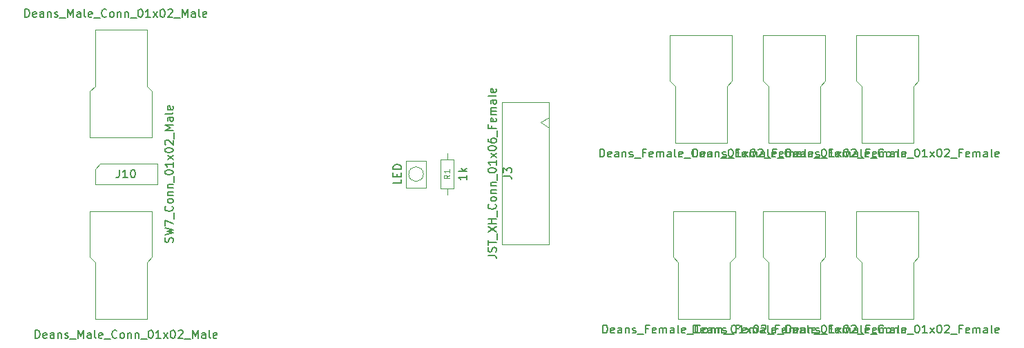
<source format=gbr>
%TF.GenerationSoftware,KiCad,Pcbnew,(5.1.9)-1*%
%TF.CreationDate,2021-04-12T23:16:36+02:00*%
%TF.ProjectId,v1_BMR480,76315f42-4d52-4343-9830-2e6b69636164,rev?*%
%TF.SameCoordinates,Original*%
%TF.FileFunction,Other,Fab,Top*%
%FSLAX46Y46*%
G04 Gerber Fmt 4.6, Leading zero omitted, Abs format (unit mm)*
G04 Created by KiCad (PCBNEW (5.1.9)-1) date 2021-04-12 23:16:36*
%MOMM*%
%LPD*%
G01*
G04 APERTURE LIST*
%ADD10C,0.100000*%
%ADD11C,0.120000*%
%ADD12C,0.150000*%
%ADD13C,0.108000*%
G04 APERTURE END LIST*
D10*
%TO.C,R1*%
X123190000Y-60960000D02*
X123190000Y-61700000D01*
X123190000Y-66040000D02*
X123190000Y-65300000D01*
X122390000Y-61700000D02*
X122390000Y-65300000D01*
X123990000Y-61700000D02*
X122390000Y-61700000D01*
X123990000Y-65300000D02*
X123990000Y-61700000D01*
X122390000Y-65300000D02*
X123990000Y-65300000D01*
%TO.C,J10*%
X87630000Y-64770000D02*
X80010000Y-64770000D01*
X87630000Y-62230000D02*
X87630000Y-64770000D01*
X80645000Y-62230000D02*
X87630000Y-62230000D01*
X80010000Y-62865000D02*
X80645000Y-62230000D01*
X80010000Y-64770000D02*
X80010000Y-62865000D01*
D11*
%TO.C,J9*%
X173990000Y-74295000D02*
X173990000Y-81229000D01*
X173990000Y-81229000D02*
X180340000Y-81229000D01*
X180340000Y-74295000D02*
X180975000Y-73660000D01*
X180340000Y-81229000D02*
X180340000Y-74295000D01*
X180975000Y-68021000D02*
X173355000Y-68021000D01*
X180975000Y-73660000D02*
X180975000Y-68021000D01*
X173355000Y-68021000D02*
X173355000Y-73660000D01*
X173355000Y-73660000D02*
X173990000Y-74295000D01*
%TO.C,J8*%
X173990000Y-52705000D02*
X173990000Y-59639000D01*
X173990000Y-59639000D02*
X180340000Y-59639000D01*
X180340000Y-52705000D02*
X180975000Y-52070000D01*
X180340000Y-59639000D02*
X180340000Y-52705000D01*
X180975000Y-46431000D02*
X173355000Y-46431000D01*
X180975000Y-52070000D02*
X180975000Y-46431000D01*
X173355000Y-46431000D02*
X173355000Y-52070000D01*
X173355000Y-52070000D02*
X173990000Y-52705000D01*
%TO.C,J7*%
X151511000Y-74295000D02*
X151511000Y-81229000D01*
X151511000Y-81229000D02*
X157861000Y-81229000D01*
X157861000Y-74295000D02*
X158496000Y-73660000D01*
X157861000Y-81229000D02*
X157861000Y-74295000D01*
X158496000Y-68021000D02*
X150876000Y-68021000D01*
X158496000Y-73660000D02*
X158496000Y-68021000D01*
X150876000Y-68021000D02*
X150876000Y-73660000D01*
X150876000Y-73660000D02*
X151511000Y-74295000D01*
%TO.C,J6*%
X162560000Y-52705000D02*
X162560000Y-59639000D01*
X162560000Y-59639000D02*
X168910000Y-59639000D01*
X168910000Y-52705000D02*
X169545000Y-52070000D01*
X168910000Y-59639000D02*
X168910000Y-52705000D01*
X169545000Y-46431000D02*
X161925000Y-46431000D01*
X169545000Y-52070000D02*
X169545000Y-46431000D01*
X161925000Y-46431000D02*
X161925000Y-52070000D01*
X161925000Y-52070000D02*
X162560000Y-52705000D01*
%TO.C,J5*%
X151130000Y-52705000D02*
X151130000Y-59639000D01*
X151130000Y-59639000D02*
X157480000Y-59639000D01*
X157480000Y-52705000D02*
X158115000Y-52070000D01*
X157480000Y-59639000D02*
X157480000Y-52705000D01*
X158115000Y-46431000D02*
X150495000Y-46431000D01*
X158115000Y-52070000D02*
X158115000Y-46431000D01*
X150495000Y-46431000D02*
X150495000Y-52070000D01*
X150495000Y-52070000D02*
X151130000Y-52705000D01*
%TO.C,J4*%
X162560000Y-74295000D02*
X162560000Y-81229000D01*
X162560000Y-81229000D02*
X168910000Y-81229000D01*
X168910000Y-74295000D02*
X169545000Y-73660000D01*
X168910000Y-81229000D02*
X168910000Y-74295000D01*
X169545000Y-68021000D02*
X161925000Y-68021000D01*
X169545000Y-73660000D02*
X169545000Y-68021000D01*
X161925000Y-68021000D02*
X161925000Y-73660000D01*
X161925000Y-73660000D02*
X162560000Y-74295000D01*
D10*
%TO.C,J3*%
X134700000Y-57150000D02*
X135700000Y-57775000D01*
X135700000Y-56525000D02*
X134700000Y-57150000D01*
X135700000Y-72100000D02*
X135700000Y-54700000D01*
X129950000Y-72100000D02*
X135700000Y-72100000D01*
X129950000Y-54700000D02*
X129950000Y-72100000D01*
X135700000Y-54700000D02*
X129950000Y-54700000D01*
D11*
%TO.C,J2*%
X79375000Y-73660000D02*
X80010000Y-74295000D01*
X80010000Y-74295000D02*
X80010000Y-81229000D01*
X86360000Y-81229000D02*
X86360000Y-74295000D01*
X86995000Y-73660000D02*
X86995000Y-68021000D01*
X80010000Y-81229000D02*
X86360000Y-81229000D01*
X86995000Y-68021000D02*
X79375000Y-68021000D01*
X86360000Y-74295000D02*
X86995000Y-73660000D01*
X79375000Y-68021000D02*
X79375000Y-73660000D01*
%TO.C,J1*%
X86995000Y-53340000D02*
X86360000Y-52705000D01*
X86360000Y-52705000D02*
X86360000Y-45771000D01*
X80010000Y-45771000D02*
X80010000Y-52705000D01*
X79375000Y-53340000D02*
X79375000Y-58979000D01*
X86360000Y-45771000D02*
X80010000Y-45771000D01*
X79375000Y-58979000D02*
X86995000Y-58979000D01*
X80010000Y-52705000D02*
X79375000Y-53340000D01*
X86995000Y-58979000D02*
X86995000Y-53340000D01*
D10*
%TO.C,D1*%
X120580000Y-65150000D02*
X120580000Y-61850000D01*
X118180000Y-65150000D02*
X120580000Y-65150000D01*
X118180000Y-61850000D02*
X118180000Y-65150000D01*
X120580000Y-61850000D02*
X118180000Y-61850000D01*
X120280000Y-63500000D02*
G75*
G03*
X120280000Y-63500000I-900000J0D01*
G01*
%TD*%
%TO.C,R1*%
D12*
X125562380Y-63619047D02*
X125562380Y-64190476D01*
X125562380Y-63904761D02*
X124562380Y-63904761D01*
X124705238Y-64000000D01*
X124800476Y-64095238D01*
X124848095Y-64190476D01*
X125562380Y-63190476D02*
X124562380Y-63190476D01*
X125181428Y-63095238D02*
X125562380Y-62809523D01*
X124895714Y-62809523D02*
X125276666Y-63190476D01*
D13*
X123515714Y-63620000D02*
X123172857Y-63860000D01*
X123515714Y-64031428D02*
X122795714Y-64031428D01*
X122795714Y-63757142D01*
X122830000Y-63688571D01*
X122864285Y-63654285D01*
X122932857Y-63620000D01*
X123035714Y-63620000D01*
X123104285Y-63654285D01*
X123138571Y-63688571D01*
X123172857Y-63757142D01*
X123172857Y-64031428D01*
X123515714Y-62934285D02*
X123515714Y-63345714D01*
X123515714Y-63140000D02*
X122795714Y-63140000D01*
X122898571Y-63208571D01*
X122967142Y-63277142D01*
X123001428Y-63345714D01*
%TO.C,J10*%
D12*
X89534761Y-71857142D02*
X89582380Y-71714285D01*
X89582380Y-71476190D01*
X89534761Y-71380952D01*
X89487142Y-71333333D01*
X89391904Y-71285714D01*
X89296666Y-71285714D01*
X89201428Y-71333333D01*
X89153809Y-71380952D01*
X89106190Y-71476190D01*
X89058571Y-71666666D01*
X89010952Y-71761904D01*
X88963333Y-71809523D01*
X88868095Y-71857142D01*
X88772857Y-71857142D01*
X88677619Y-71809523D01*
X88630000Y-71761904D01*
X88582380Y-71666666D01*
X88582380Y-71428571D01*
X88630000Y-71285714D01*
X88582380Y-70952380D02*
X89582380Y-70714285D01*
X88868095Y-70523809D01*
X89582380Y-70333333D01*
X88582380Y-70095238D01*
X88582380Y-69809523D02*
X88582380Y-69142857D01*
X89582380Y-69571428D01*
X89677619Y-69000000D02*
X89677619Y-68238095D01*
X89487142Y-67428571D02*
X89534761Y-67476190D01*
X89582380Y-67619047D01*
X89582380Y-67714285D01*
X89534761Y-67857142D01*
X89439523Y-67952380D01*
X89344285Y-68000000D01*
X89153809Y-68047619D01*
X89010952Y-68047619D01*
X88820476Y-68000000D01*
X88725238Y-67952380D01*
X88630000Y-67857142D01*
X88582380Y-67714285D01*
X88582380Y-67619047D01*
X88630000Y-67476190D01*
X88677619Y-67428571D01*
X89582380Y-66857142D02*
X89534761Y-66952380D01*
X89487142Y-67000000D01*
X89391904Y-67047619D01*
X89106190Y-67047619D01*
X89010952Y-67000000D01*
X88963333Y-66952380D01*
X88915714Y-66857142D01*
X88915714Y-66714285D01*
X88963333Y-66619047D01*
X89010952Y-66571428D01*
X89106190Y-66523809D01*
X89391904Y-66523809D01*
X89487142Y-66571428D01*
X89534761Y-66619047D01*
X89582380Y-66714285D01*
X89582380Y-66857142D01*
X88915714Y-66095238D02*
X89582380Y-66095238D01*
X89010952Y-66095238D02*
X88963333Y-66047619D01*
X88915714Y-65952380D01*
X88915714Y-65809523D01*
X88963333Y-65714285D01*
X89058571Y-65666666D01*
X89582380Y-65666666D01*
X88915714Y-65190476D02*
X89582380Y-65190476D01*
X89010952Y-65190476D02*
X88963333Y-65142857D01*
X88915714Y-65047619D01*
X88915714Y-64904761D01*
X88963333Y-64809523D01*
X89058571Y-64761904D01*
X89582380Y-64761904D01*
X89677619Y-64523809D02*
X89677619Y-63761904D01*
X88582380Y-63333333D02*
X88582380Y-63238095D01*
X88630000Y-63142857D01*
X88677619Y-63095238D01*
X88772857Y-63047619D01*
X88963333Y-63000000D01*
X89201428Y-63000000D01*
X89391904Y-63047619D01*
X89487142Y-63095238D01*
X89534761Y-63142857D01*
X89582380Y-63238095D01*
X89582380Y-63333333D01*
X89534761Y-63428571D01*
X89487142Y-63476190D01*
X89391904Y-63523809D01*
X89201428Y-63571428D01*
X88963333Y-63571428D01*
X88772857Y-63523809D01*
X88677619Y-63476190D01*
X88630000Y-63428571D01*
X88582380Y-63333333D01*
X89582380Y-62047619D02*
X89582380Y-62619047D01*
X89582380Y-62333333D02*
X88582380Y-62333333D01*
X88725238Y-62428571D01*
X88820476Y-62523809D01*
X88868095Y-62619047D01*
X89582380Y-61714285D02*
X88915714Y-61190476D01*
X88915714Y-61714285D02*
X89582380Y-61190476D01*
X88582380Y-60619047D02*
X88582380Y-60523809D01*
X88630000Y-60428571D01*
X88677619Y-60380952D01*
X88772857Y-60333333D01*
X88963333Y-60285714D01*
X89201428Y-60285714D01*
X89391904Y-60333333D01*
X89487142Y-60380952D01*
X89534761Y-60428571D01*
X89582380Y-60523809D01*
X89582380Y-60619047D01*
X89534761Y-60714285D01*
X89487142Y-60761904D01*
X89391904Y-60809523D01*
X89201428Y-60857142D01*
X88963333Y-60857142D01*
X88772857Y-60809523D01*
X88677619Y-60761904D01*
X88630000Y-60714285D01*
X88582380Y-60619047D01*
X88677619Y-59904761D02*
X88630000Y-59857142D01*
X88582380Y-59761904D01*
X88582380Y-59523809D01*
X88630000Y-59428571D01*
X88677619Y-59380952D01*
X88772857Y-59333333D01*
X88868095Y-59333333D01*
X89010952Y-59380952D01*
X89582380Y-59952380D01*
X89582380Y-59333333D01*
X89677619Y-59142857D02*
X89677619Y-58380952D01*
X89582380Y-58142857D02*
X88582380Y-58142857D01*
X89296666Y-57809523D01*
X88582380Y-57476190D01*
X89582380Y-57476190D01*
X89582380Y-56571428D02*
X89058571Y-56571428D01*
X88963333Y-56619047D01*
X88915714Y-56714285D01*
X88915714Y-56904761D01*
X88963333Y-57000000D01*
X89534761Y-56571428D02*
X89582380Y-56666666D01*
X89582380Y-56904761D01*
X89534761Y-57000000D01*
X89439523Y-57047619D01*
X89344285Y-57047619D01*
X89249047Y-57000000D01*
X89201428Y-56904761D01*
X89201428Y-56666666D01*
X89153809Y-56571428D01*
X89582380Y-55952380D02*
X89534761Y-56047619D01*
X89439523Y-56095238D01*
X88582380Y-56095238D01*
X89534761Y-55190476D02*
X89582380Y-55285714D01*
X89582380Y-55476190D01*
X89534761Y-55571428D01*
X89439523Y-55619047D01*
X89058571Y-55619047D01*
X88963333Y-55571428D01*
X88915714Y-55476190D01*
X88915714Y-55285714D01*
X88963333Y-55190476D01*
X89058571Y-55142857D01*
X89153809Y-55142857D01*
X89249047Y-55619047D01*
X83010476Y-62952380D02*
X83010476Y-63666666D01*
X82962857Y-63809523D01*
X82867619Y-63904761D01*
X82724761Y-63952380D01*
X82629523Y-63952380D01*
X84010476Y-63952380D02*
X83439047Y-63952380D01*
X83724761Y-63952380D02*
X83724761Y-62952380D01*
X83629523Y-63095238D01*
X83534285Y-63190476D01*
X83439047Y-63238095D01*
X84629523Y-62952380D02*
X84724761Y-62952380D01*
X84820000Y-63000000D01*
X84867619Y-63047619D01*
X84915238Y-63142857D01*
X84962857Y-63333333D01*
X84962857Y-63571428D01*
X84915238Y-63761904D01*
X84867619Y-63857142D01*
X84820000Y-63904761D01*
X84724761Y-63952380D01*
X84629523Y-63952380D01*
X84534285Y-63904761D01*
X84486666Y-63857142D01*
X84439047Y-63761904D01*
X84391428Y-63571428D01*
X84391428Y-63333333D01*
X84439047Y-63142857D01*
X84486666Y-63047619D01*
X84534285Y-63000000D01*
X84629523Y-62952380D01*
%TO.C,J9*%
X164776190Y-83002380D02*
X164776190Y-82002380D01*
X165014285Y-82002380D01*
X165157142Y-82050000D01*
X165252380Y-82145238D01*
X165300000Y-82240476D01*
X165347619Y-82430952D01*
X165347619Y-82573809D01*
X165300000Y-82764285D01*
X165252380Y-82859523D01*
X165157142Y-82954761D01*
X165014285Y-83002380D01*
X164776190Y-83002380D01*
X166157142Y-82954761D02*
X166061904Y-83002380D01*
X165871428Y-83002380D01*
X165776190Y-82954761D01*
X165728571Y-82859523D01*
X165728571Y-82478571D01*
X165776190Y-82383333D01*
X165871428Y-82335714D01*
X166061904Y-82335714D01*
X166157142Y-82383333D01*
X166204761Y-82478571D01*
X166204761Y-82573809D01*
X165728571Y-82669047D01*
X167061904Y-83002380D02*
X167061904Y-82478571D01*
X167014285Y-82383333D01*
X166919047Y-82335714D01*
X166728571Y-82335714D01*
X166633333Y-82383333D01*
X167061904Y-82954761D02*
X166966666Y-83002380D01*
X166728571Y-83002380D01*
X166633333Y-82954761D01*
X166585714Y-82859523D01*
X166585714Y-82764285D01*
X166633333Y-82669047D01*
X166728571Y-82621428D01*
X166966666Y-82621428D01*
X167061904Y-82573809D01*
X167538095Y-82335714D02*
X167538095Y-83002380D01*
X167538095Y-82430952D02*
X167585714Y-82383333D01*
X167680952Y-82335714D01*
X167823809Y-82335714D01*
X167919047Y-82383333D01*
X167966666Y-82478571D01*
X167966666Y-83002380D01*
X168395238Y-82954761D02*
X168490476Y-83002380D01*
X168680952Y-83002380D01*
X168776190Y-82954761D01*
X168823809Y-82859523D01*
X168823809Y-82811904D01*
X168776190Y-82716666D01*
X168680952Y-82669047D01*
X168538095Y-82669047D01*
X168442857Y-82621428D01*
X168395238Y-82526190D01*
X168395238Y-82478571D01*
X168442857Y-82383333D01*
X168538095Y-82335714D01*
X168680952Y-82335714D01*
X168776190Y-82383333D01*
X169014285Y-83097619D02*
X169776190Y-83097619D01*
X170347619Y-82478571D02*
X170014285Y-82478571D01*
X170014285Y-83002380D02*
X170014285Y-82002380D01*
X170490476Y-82002380D01*
X171252380Y-82954761D02*
X171157142Y-83002380D01*
X170966666Y-83002380D01*
X170871428Y-82954761D01*
X170823809Y-82859523D01*
X170823809Y-82478571D01*
X170871428Y-82383333D01*
X170966666Y-82335714D01*
X171157142Y-82335714D01*
X171252380Y-82383333D01*
X171300000Y-82478571D01*
X171300000Y-82573809D01*
X170823809Y-82669047D01*
X171728571Y-83002380D02*
X171728571Y-82335714D01*
X171728571Y-82430952D02*
X171776190Y-82383333D01*
X171871428Y-82335714D01*
X172014285Y-82335714D01*
X172109523Y-82383333D01*
X172157142Y-82478571D01*
X172157142Y-83002380D01*
X172157142Y-82478571D02*
X172204761Y-82383333D01*
X172300000Y-82335714D01*
X172442857Y-82335714D01*
X172538095Y-82383333D01*
X172585714Y-82478571D01*
X172585714Y-83002380D01*
X173490476Y-83002380D02*
X173490476Y-82478571D01*
X173442857Y-82383333D01*
X173347619Y-82335714D01*
X173157142Y-82335714D01*
X173061904Y-82383333D01*
X173490476Y-82954761D02*
X173395238Y-83002380D01*
X173157142Y-83002380D01*
X173061904Y-82954761D01*
X173014285Y-82859523D01*
X173014285Y-82764285D01*
X173061904Y-82669047D01*
X173157142Y-82621428D01*
X173395238Y-82621428D01*
X173490476Y-82573809D01*
X174109523Y-83002380D02*
X174014285Y-82954761D01*
X173966666Y-82859523D01*
X173966666Y-82002380D01*
X174871428Y-82954761D02*
X174776190Y-83002380D01*
X174585714Y-83002380D01*
X174490476Y-82954761D01*
X174442857Y-82859523D01*
X174442857Y-82478571D01*
X174490476Y-82383333D01*
X174585714Y-82335714D01*
X174776190Y-82335714D01*
X174871428Y-82383333D01*
X174919047Y-82478571D01*
X174919047Y-82573809D01*
X174442857Y-82669047D01*
X175109523Y-83097619D02*
X175871428Y-83097619D01*
X176680952Y-82907142D02*
X176633333Y-82954761D01*
X176490476Y-83002380D01*
X176395238Y-83002380D01*
X176252380Y-82954761D01*
X176157142Y-82859523D01*
X176109523Y-82764285D01*
X176061904Y-82573809D01*
X176061904Y-82430952D01*
X176109523Y-82240476D01*
X176157142Y-82145238D01*
X176252380Y-82050000D01*
X176395238Y-82002380D01*
X176490476Y-82002380D01*
X176633333Y-82050000D01*
X176680952Y-82097619D01*
X177252380Y-83002380D02*
X177157142Y-82954761D01*
X177109523Y-82907142D01*
X177061904Y-82811904D01*
X177061904Y-82526190D01*
X177109523Y-82430952D01*
X177157142Y-82383333D01*
X177252380Y-82335714D01*
X177395238Y-82335714D01*
X177490476Y-82383333D01*
X177538095Y-82430952D01*
X177585714Y-82526190D01*
X177585714Y-82811904D01*
X177538095Y-82907142D01*
X177490476Y-82954761D01*
X177395238Y-83002380D01*
X177252380Y-83002380D01*
X178014285Y-82335714D02*
X178014285Y-83002380D01*
X178014285Y-82430952D02*
X178061904Y-82383333D01*
X178157142Y-82335714D01*
X178300000Y-82335714D01*
X178395238Y-82383333D01*
X178442857Y-82478571D01*
X178442857Y-83002380D01*
X178919047Y-82335714D02*
X178919047Y-83002380D01*
X178919047Y-82430952D02*
X178966666Y-82383333D01*
X179061904Y-82335714D01*
X179204761Y-82335714D01*
X179300000Y-82383333D01*
X179347619Y-82478571D01*
X179347619Y-83002380D01*
X179585714Y-83097619D02*
X180347619Y-83097619D01*
X180776190Y-82002380D02*
X180871428Y-82002380D01*
X180966666Y-82050000D01*
X181014285Y-82097619D01*
X181061904Y-82192857D01*
X181109523Y-82383333D01*
X181109523Y-82621428D01*
X181061904Y-82811904D01*
X181014285Y-82907142D01*
X180966666Y-82954761D01*
X180871428Y-83002380D01*
X180776190Y-83002380D01*
X180680952Y-82954761D01*
X180633333Y-82907142D01*
X180585714Y-82811904D01*
X180538095Y-82621428D01*
X180538095Y-82383333D01*
X180585714Y-82192857D01*
X180633333Y-82097619D01*
X180680952Y-82050000D01*
X180776190Y-82002380D01*
X182061904Y-83002380D02*
X181490476Y-83002380D01*
X181776190Y-83002380D02*
X181776190Y-82002380D01*
X181680952Y-82145238D01*
X181585714Y-82240476D01*
X181490476Y-82288095D01*
X182395238Y-83002380D02*
X182919047Y-82335714D01*
X182395238Y-82335714D02*
X182919047Y-83002380D01*
X183490476Y-82002380D02*
X183585714Y-82002380D01*
X183680952Y-82050000D01*
X183728571Y-82097619D01*
X183776190Y-82192857D01*
X183823809Y-82383333D01*
X183823809Y-82621428D01*
X183776190Y-82811904D01*
X183728571Y-82907142D01*
X183680952Y-82954761D01*
X183585714Y-83002380D01*
X183490476Y-83002380D01*
X183395238Y-82954761D01*
X183347619Y-82907142D01*
X183300000Y-82811904D01*
X183252380Y-82621428D01*
X183252380Y-82383333D01*
X183300000Y-82192857D01*
X183347619Y-82097619D01*
X183395238Y-82050000D01*
X183490476Y-82002380D01*
X184204761Y-82097619D02*
X184252380Y-82050000D01*
X184347619Y-82002380D01*
X184585714Y-82002380D01*
X184680952Y-82050000D01*
X184728571Y-82097619D01*
X184776190Y-82192857D01*
X184776190Y-82288095D01*
X184728571Y-82430952D01*
X184157142Y-83002380D01*
X184776190Y-83002380D01*
X184966666Y-83097619D02*
X185728571Y-83097619D01*
X186299999Y-82478571D02*
X185966666Y-82478571D01*
X185966666Y-83002380D02*
X185966666Y-82002380D01*
X186442857Y-82002380D01*
X187204761Y-82954761D02*
X187109523Y-83002380D01*
X186919047Y-83002380D01*
X186823809Y-82954761D01*
X186776190Y-82859523D01*
X186776190Y-82478571D01*
X186823809Y-82383333D01*
X186919047Y-82335714D01*
X187109523Y-82335714D01*
X187204761Y-82383333D01*
X187252380Y-82478571D01*
X187252380Y-82573809D01*
X186776190Y-82669047D01*
X187680952Y-83002380D02*
X187680952Y-82335714D01*
X187680952Y-82430952D02*
X187728571Y-82383333D01*
X187823809Y-82335714D01*
X187966666Y-82335714D01*
X188061904Y-82383333D01*
X188109523Y-82478571D01*
X188109523Y-83002380D01*
X188109523Y-82478571D02*
X188157142Y-82383333D01*
X188252380Y-82335714D01*
X188395238Y-82335714D01*
X188490476Y-82383333D01*
X188538095Y-82478571D01*
X188538095Y-83002380D01*
X189442857Y-83002380D02*
X189442857Y-82478571D01*
X189395238Y-82383333D01*
X189299999Y-82335714D01*
X189109523Y-82335714D01*
X189014285Y-82383333D01*
X189442857Y-82954761D02*
X189347619Y-83002380D01*
X189109523Y-83002380D01*
X189014285Y-82954761D01*
X188966666Y-82859523D01*
X188966666Y-82764285D01*
X189014285Y-82669047D01*
X189109523Y-82621428D01*
X189347619Y-82621428D01*
X189442857Y-82573809D01*
X190061904Y-83002380D02*
X189966666Y-82954761D01*
X189919047Y-82859523D01*
X189919047Y-82002380D01*
X190823809Y-82954761D02*
X190728571Y-83002380D01*
X190538095Y-83002380D01*
X190442857Y-82954761D01*
X190395238Y-82859523D01*
X190395238Y-82478571D01*
X190442857Y-82383333D01*
X190538095Y-82335714D01*
X190728571Y-82335714D01*
X190823809Y-82383333D01*
X190871428Y-82478571D01*
X190871428Y-82573809D01*
X190395238Y-82669047D01*
%TO.C,J8*%
X164776190Y-61412380D02*
X164776190Y-60412380D01*
X165014285Y-60412380D01*
X165157142Y-60460000D01*
X165252380Y-60555238D01*
X165300000Y-60650476D01*
X165347619Y-60840952D01*
X165347619Y-60983809D01*
X165300000Y-61174285D01*
X165252380Y-61269523D01*
X165157142Y-61364761D01*
X165014285Y-61412380D01*
X164776190Y-61412380D01*
X166157142Y-61364761D02*
X166061904Y-61412380D01*
X165871428Y-61412380D01*
X165776190Y-61364761D01*
X165728571Y-61269523D01*
X165728571Y-60888571D01*
X165776190Y-60793333D01*
X165871428Y-60745714D01*
X166061904Y-60745714D01*
X166157142Y-60793333D01*
X166204761Y-60888571D01*
X166204761Y-60983809D01*
X165728571Y-61079047D01*
X167061904Y-61412380D02*
X167061904Y-60888571D01*
X167014285Y-60793333D01*
X166919047Y-60745714D01*
X166728571Y-60745714D01*
X166633333Y-60793333D01*
X167061904Y-61364761D02*
X166966666Y-61412380D01*
X166728571Y-61412380D01*
X166633333Y-61364761D01*
X166585714Y-61269523D01*
X166585714Y-61174285D01*
X166633333Y-61079047D01*
X166728571Y-61031428D01*
X166966666Y-61031428D01*
X167061904Y-60983809D01*
X167538095Y-60745714D02*
X167538095Y-61412380D01*
X167538095Y-60840952D02*
X167585714Y-60793333D01*
X167680952Y-60745714D01*
X167823809Y-60745714D01*
X167919047Y-60793333D01*
X167966666Y-60888571D01*
X167966666Y-61412380D01*
X168395238Y-61364761D02*
X168490476Y-61412380D01*
X168680952Y-61412380D01*
X168776190Y-61364761D01*
X168823809Y-61269523D01*
X168823809Y-61221904D01*
X168776190Y-61126666D01*
X168680952Y-61079047D01*
X168538095Y-61079047D01*
X168442857Y-61031428D01*
X168395238Y-60936190D01*
X168395238Y-60888571D01*
X168442857Y-60793333D01*
X168538095Y-60745714D01*
X168680952Y-60745714D01*
X168776190Y-60793333D01*
X169014285Y-61507619D02*
X169776190Y-61507619D01*
X170347619Y-60888571D02*
X170014285Y-60888571D01*
X170014285Y-61412380D02*
X170014285Y-60412380D01*
X170490476Y-60412380D01*
X171252380Y-61364761D02*
X171157142Y-61412380D01*
X170966666Y-61412380D01*
X170871428Y-61364761D01*
X170823809Y-61269523D01*
X170823809Y-60888571D01*
X170871428Y-60793333D01*
X170966666Y-60745714D01*
X171157142Y-60745714D01*
X171252380Y-60793333D01*
X171300000Y-60888571D01*
X171300000Y-60983809D01*
X170823809Y-61079047D01*
X171728571Y-61412380D02*
X171728571Y-60745714D01*
X171728571Y-60840952D02*
X171776190Y-60793333D01*
X171871428Y-60745714D01*
X172014285Y-60745714D01*
X172109523Y-60793333D01*
X172157142Y-60888571D01*
X172157142Y-61412380D01*
X172157142Y-60888571D02*
X172204761Y-60793333D01*
X172300000Y-60745714D01*
X172442857Y-60745714D01*
X172538095Y-60793333D01*
X172585714Y-60888571D01*
X172585714Y-61412380D01*
X173490476Y-61412380D02*
X173490476Y-60888571D01*
X173442857Y-60793333D01*
X173347619Y-60745714D01*
X173157142Y-60745714D01*
X173061904Y-60793333D01*
X173490476Y-61364761D02*
X173395238Y-61412380D01*
X173157142Y-61412380D01*
X173061904Y-61364761D01*
X173014285Y-61269523D01*
X173014285Y-61174285D01*
X173061904Y-61079047D01*
X173157142Y-61031428D01*
X173395238Y-61031428D01*
X173490476Y-60983809D01*
X174109523Y-61412380D02*
X174014285Y-61364761D01*
X173966666Y-61269523D01*
X173966666Y-60412380D01*
X174871428Y-61364761D02*
X174776190Y-61412380D01*
X174585714Y-61412380D01*
X174490476Y-61364761D01*
X174442857Y-61269523D01*
X174442857Y-60888571D01*
X174490476Y-60793333D01*
X174585714Y-60745714D01*
X174776190Y-60745714D01*
X174871428Y-60793333D01*
X174919047Y-60888571D01*
X174919047Y-60983809D01*
X174442857Y-61079047D01*
X175109523Y-61507619D02*
X175871428Y-61507619D01*
X176680952Y-61317142D02*
X176633333Y-61364761D01*
X176490476Y-61412380D01*
X176395238Y-61412380D01*
X176252380Y-61364761D01*
X176157142Y-61269523D01*
X176109523Y-61174285D01*
X176061904Y-60983809D01*
X176061904Y-60840952D01*
X176109523Y-60650476D01*
X176157142Y-60555238D01*
X176252380Y-60460000D01*
X176395238Y-60412380D01*
X176490476Y-60412380D01*
X176633333Y-60460000D01*
X176680952Y-60507619D01*
X177252380Y-61412380D02*
X177157142Y-61364761D01*
X177109523Y-61317142D01*
X177061904Y-61221904D01*
X177061904Y-60936190D01*
X177109523Y-60840952D01*
X177157142Y-60793333D01*
X177252380Y-60745714D01*
X177395238Y-60745714D01*
X177490476Y-60793333D01*
X177538095Y-60840952D01*
X177585714Y-60936190D01*
X177585714Y-61221904D01*
X177538095Y-61317142D01*
X177490476Y-61364761D01*
X177395238Y-61412380D01*
X177252380Y-61412380D01*
X178014285Y-60745714D02*
X178014285Y-61412380D01*
X178014285Y-60840952D02*
X178061904Y-60793333D01*
X178157142Y-60745714D01*
X178300000Y-60745714D01*
X178395238Y-60793333D01*
X178442857Y-60888571D01*
X178442857Y-61412380D01*
X178919047Y-60745714D02*
X178919047Y-61412380D01*
X178919047Y-60840952D02*
X178966666Y-60793333D01*
X179061904Y-60745714D01*
X179204761Y-60745714D01*
X179300000Y-60793333D01*
X179347619Y-60888571D01*
X179347619Y-61412380D01*
X179585714Y-61507619D02*
X180347619Y-61507619D01*
X180776190Y-60412380D02*
X180871428Y-60412380D01*
X180966666Y-60460000D01*
X181014285Y-60507619D01*
X181061904Y-60602857D01*
X181109523Y-60793333D01*
X181109523Y-61031428D01*
X181061904Y-61221904D01*
X181014285Y-61317142D01*
X180966666Y-61364761D01*
X180871428Y-61412380D01*
X180776190Y-61412380D01*
X180680952Y-61364761D01*
X180633333Y-61317142D01*
X180585714Y-61221904D01*
X180538095Y-61031428D01*
X180538095Y-60793333D01*
X180585714Y-60602857D01*
X180633333Y-60507619D01*
X180680952Y-60460000D01*
X180776190Y-60412380D01*
X182061904Y-61412380D02*
X181490476Y-61412380D01*
X181776190Y-61412380D02*
X181776190Y-60412380D01*
X181680952Y-60555238D01*
X181585714Y-60650476D01*
X181490476Y-60698095D01*
X182395238Y-61412380D02*
X182919047Y-60745714D01*
X182395238Y-60745714D02*
X182919047Y-61412380D01*
X183490476Y-60412380D02*
X183585714Y-60412380D01*
X183680952Y-60460000D01*
X183728571Y-60507619D01*
X183776190Y-60602857D01*
X183823809Y-60793333D01*
X183823809Y-61031428D01*
X183776190Y-61221904D01*
X183728571Y-61317142D01*
X183680952Y-61364761D01*
X183585714Y-61412380D01*
X183490476Y-61412380D01*
X183395238Y-61364761D01*
X183347619Y-61317142D01*
X183300000Y-61221904D01*
X183252380Y-61031428D01*
X183252380Y-60793333D01*
X183300000Y-60602857D01*
X183347619Y-60507619D01*
X183395238Y-60460000D01*
X183490476Y-60412380D01*
X184204761Y-60507619D02*
X184252380Y-60460000D01*
X184347619Y-60412380D01*
X184585714Y-60412380D01*
X184680952Y-60460000D01*
X184728571Y-60507619D01*
X184776190Y-60602857D01*
X184776190Y-60698095D01*
X184728571Y-60840952D01*
X184157142Y-61412380D01*
X184776190Y-61412380D01*
X184966666Y-61507619D02*
X185728571Y-61507619D01*
X186299999Y-60888571D02*
X185966666Y-60888571D01*
X185966666Y-61412380D02*
X185966666Y-60412380D01*
X186442857Y-60412380D01*
X187204761Y-61364761D02*
X187109523Y-61412380D01*
X186919047Y-61412380D01*
X186823809Y-61364761D01*
X186776190Y-61269523D01*
X186776190Y-60888571D01*
X186823809Y-60793333D01*
X186919047Y-60745714D01*
X187109523Y-60745714D01*
X187204761Y-60793333D01*
X187252380Y-60888571D01*
X187252380Y-60983809D01*
X186776190Y-61079047D01*
X187680952Y-61412380D02*
X187680952Y-60745714D01*
X187680952Y-60840952D02*
X187728571Y-60793333D01*
X187823809Y-60745714D01*
X187966666Y-60745714D01*
X188061904Y-60793333D01*
X188109523Y-60888571D01*
X188109523Y-61412380D01*
X188109523Y-60888571D02*
X188157142Y-60793333D01*
X188252380Y-60745714D01*
X188395238Y-60745714D01*
X188490476Y-60793333D01*
X188538095Y-60888571D01*
X188538095Y-61412380D01*
X189442857Y-61412380D02*
X189442857Y-60888571D01*
X189395238Y-60793333D01*
X189299999Y-60745714D01*
X189109523Y-60745714D01*
X189014285Y-60793333D01*
X189442857Y-61364761D02*
X189347619Y-61412380D01*
X189109523Y-61412380D01*
X189014285Y-61364761D01*
X188966666Y-61269523D01*
X188966666Y-61174285D01*
X189014285Y-61079047D01*
X189109523Y-61031428D01*
X189347619Y-61031428D01*
X189442857Y-60983809D01*
X190061904Y-61412380D02*
X189966666Y-61364761D01*
X189919047Y-61269523D01*
X189919047Y-60412380D01*
X190823809Y-61364761D02*
X190728571Y-61412380D01*
X190538095Y-61412380D01*
X190442857Y-61364761D01*
X190395238Y-61269523D01*
X190395238Y-60888571D01*
X190442857Y-60793333D01*
X190538095Y-60745714D01*
X190728571Y-60745714D01*
X190823809Y-60793333D01*
X190871428Y-60888571D01*
X190871428Y-60983809D01*
X190395238Y-61079047D01*
%TO.C,J7*%
X142297190Y-83002380D02*
X142297190Y-82002380D01*
X142535285Y-82002380D01*
X142678142Y-82050000D01*
X142773380Y-82145238D01*
X142821000Y-82240476D01*
X142868619Y-82430952D01*
X142868619Y-82573809D01*
X142821000Y-82764285D01*
X142773380Y-82859523D01*
X142678142Y-82954761D01*
X142535285Y-83002380D01*
X142297190Y-83002380D01*
X143678142Y-82954761D02*
X143582904Y-83002380D01*
X143392428Y-83002380D01*
X143297190Y-82954761D01*
X143249571Y-82859523D01*
X143249571Y-82478571D01*
X143297190Y-82383333D01*
X143392428Y-82335714D01*
X143582904Y-82335714D01*
X143678142Y-82383333D01*
X143725761Y-82478571D01*
X143725761Y-82573809D01*
X143249571Y-82669047D01*
X144582904Y-83002380D02*
X144582904Y-82478571D01*
X144535285Y-82383333D01*
X144440047Y-82335714D01*
X144249571Y-82335714D01*
X144154333Y-82383333D01*
X144582904Y-82954761D02*
X144487666Y-83002380D01*
X144249571Y-83002380D01*
X144154333Y-82954761D01*
X144106714Y-82859523D01*
X144106714Y-82764285D01*
X144154333Y-82669047D01*
X144249571Y-82621428D01*
X144487666Y-82621428D01*
X144582904Y-82573809D01*
X145059095Y-82335714D02*
X145059095Y-83002380D01*
X145059095Y-82430952D02*
X145106714Y-82383333D01*
X145201952Y-82335714D01*
X145344809Y-82335714D01*
X145440047Y-82383333D01*
X145487666Y-82478571D01*
X145487666Y-83002380D01*
X145916238Y-82954761D02*
X146011476Y-83002380D01*
X146201952Y-83002380D01*
X146297190Y-82954761D01*
X146344809Y-82859523D01*
X146344809Y-82811904D01*
X146297190Y-82716666D01*
X146201952Y-82669047D01*
X146059095Y-82669047D01*
X145963857Y-82621428D01*
X145916238Y-82526190D01*
X145916238Y-82478571D01*
X145963857Y-82383333D01*
X146059095Y-82335714D01*
X146201952Y-82335714D01*
X146297190Y-82383333D01*
X146535285Y-83097619D02*
X147297190Y-83097619D01*
X147868619Y-82478571D02*
X147535285Y-82478571D01*
X147535285Y-83002380D02*
X147535285Y-82002380D01*
X148011476Y-82002380D01*
X148773380Y-82954761D02*
X148678142Y-83002380D01*
X148487666Y-83002380D01*
X148392428Y-82954761D01*
X148344809Y-82859523D01*
X148344809Y-82478571D01*
X148392428Y-82383333D01*
X148487666Y-82335714D01*
X148678142Y-82335714D01*
X148773380Y-82383333D01*
X148821000Y-82478571D01*
X148821000Y-82573809D01*
X148344809Y-82669047D01*
X149249571Y-83002380D02*
X149249571Y-82335714D01*
X149249571Y-82430952D02*
X149297190Y-82383333D01*
X149392428Y-82335714D01*
X149535285Y-82335714D01*
X149630523Y-82383333D01*
X149678142Y-82478571D01*
X149678142Y-83002380D01*
X149678142Y-82478571D02*
X149725761Y-82383333D01*
X149821000Y-82335714D01*
X149963857Y-82335714D01*
X150059095Y-82383333D01*
X150106714Y-82478571D01*
X150106714Y-83002380D01*
X151011476Y-83002380D02*
X151011476Y-82478571D01*
X150963857Y-82383333D01*
X150868619Y-82335714D01*
X150678142Y-82335714D01*
X150582904Y-82383333D01*
X151011476Y-82954761D02*
X150916238Y-83002380D01*
X150678142Y-83002380D01*
X150582904Y-82954761D01*
X150535285Y-82859523D01*
X150535285Y-82764285D01*
X150582904Y-82669047D01*
X150678142Y-82621428D01*
X150916238Y-82621428D01*
X151011476Y-82573809D01*
X151630523Y-83002380D02*
X151535285Y-82954761D01*
X151487666Y-82859523D01*
X151487666Y-82002380D01*
X152392428Y-82954761D02*
X152297190Y-83002380D01*
X152106714Y-83002380D01*
X152011476Y-82954761D01*
X151963857Y-82859523D01*
X151963857Y-82478571D01*
X152011476Y-82383333D01*
X152106714Y-82335714D01*
X152297190Y-82335714D01*
X152392428Y-82383333D01*
X152440047Y-82478571D01*
X152440047Y-82573809D01*
X151963857Y-82669047D01*
X152630523Y-83097619D02*
X153392428Y-83097619D01*
X154201952Y-82907142D02*
X154154333Y-82954761D01*
X154011476Y-83002380D01*
X153916238Y-83002380D01*
X153773380Y-82954761D01*
X153678142Y-82859523D01*
X153630523Y-82764285D01*
X153582904Y-82573809D01*
X153582904Y-82430952D01*
X153630523Y-82240476D01*
X153678142Y-82145238D01*
X153773380Y-82050000D01*
X153916238Y-82002380D01*
X154011476Y-82002380D01*
X154154333Y-82050000D01*
X154201952Y-82097619D01*
X154773380Y-83002380D02*
X154678142Y-82954761D01*
X154630523Y-82907142D01*
X154582904Y-82811904D01*
X154582904Y-82526190D01*
X154630523Y-82430952D01*
X154678142Y-82383333D01*
X154773380Y-82335714D01*
X154916238Y-82335714D01*
X155011476Y-82383333D01*
X155059095Y-82430952D01*
X155106714Y-82526190D01*
X155106714Y-82811904D01*
X155059095Y-82907142D01*
X155011476Y-82954761D01*
X154916238Y-83002380D01*
X154773380Y-83002380D01*
X155535285Y-82335714D02*
X155535285Y-83002380D01*
X155535285Y-82430952D02*
X155582904Y-82383333D01*
X155678142Y-82335714D01*
X155821000Y-82335714D01*
X155916238Y-82383333D01*
X155963857Y-82478571D01*
X155963857Y-83002380D01*
X156440047Y-82335714D02*
X156440047Y-83002380D01*
X156440047Y-82430952D02*
X156487666Y-82383333D01*
X156582904Y-82335714D01*
X156725761Y-82335714D01*
X156821000Y-82383333D01*
X156868619Y-82478571D01*
X156868619Y-83002380D01*
X157106714Y-83097619D02*
X157868619Y-83097619D01*
X158297190Y-82002380D02*
X158392428Y-82002380D01*
X158487666Y-82050000D01*
X158535285Y-82097619D01*
X158582904Y-82192857D01*
X158630523Y-82383333D01*
X158630523Y-82621428D01*
X158582904Y-82811904D01*
X158535285Y-82907142D01*
X158487666Y-82954761D01*
X158392428Y-83002380D01*
X158297190Y-83002380D01*
X158201952Y-82954761D01*
X158154333Y-82907142D01*
X158106714Y-82811904D01*
X158059095Y-82621428D01*
X158059095Y-82383333D01*
X158106714Y-82192857D01*
X158154333Y-82097619D01*
X158201952Y-82050000D01*
X158297190Y-82002380D01*
X159582904Y-83002380D02*
X159011476Y-83002380D01*
X159297190Y-83002380D02*
X159297190Y-82002380D01*
X159201952Y-82145238D01*
X159106714Y-82240476D01*
X159011476Y-82288095D01*
X159916238Y-83002380D02*
X160440047Y-82335714D01*
X159916238Y-82335714D02*
X160440047Y-83002380D01*
X161011476Y-82002380D02*
X161106714Y-82002380D01*
X161201952Y-82050000D01*
X161249571Y-82097619D01*
X161297190Y-82192857D01*
X161344809Y-82383333D01*
X161344809Y-82621428D01*
X161297190Y-82811904D01*
X161249571Y-82907142D01*
X161201952Y-82954761D01*
X161106714Y-83002380D01*
X161011476Y-83002380D01*
X160916238Y-82954761D01*
X160868619Y-82907142D01*
X160821000Y-82811904D01*
X160773380Y-82621428D01*
X160773380Y-82383333D01*
X160821000Y-82192857D01*
X160868619Y-82097619D01*
X160916238Y-82050000D01*
X161011476Y-82002380D01*
X161725761Y-82097619D02*
X161773380Y-82050000D01*
X161868619Y-82002380D01*
X162106714Y-82002380D01*
X162201952Y-82050000D01*
X162249571Y-82097619D01*
X162297190Y-82192857D01*
X162297190Y-82288095D01*
X162249571Y-82430952D01*
X161678142Y-83002380D01*
X162297190Y-83002380D01*
X162487666Y-83097619D02*
X163249571Y-83097619D01*
X163820999Y-82478571D02*
X163487666Y-82478571D01*
X163487666Y-83002380D02*
X163487666Y-82002380D01*
X163963857Y-82002380D01*
X164725761Y-82954761D02*
X164630523Y-83002380D01*
X164440047Y-83002380D01*
X164344809Y-82954761D01*
X164297190Y-82859523D01*
X164297190Y-82478571D01*
X164344809Y-82383333D01*
X164440047Y-82335714D01*
X164630523Y-82335714D01*
X164725761Y-82383333D01*
X164773380Y-82478571D01*
X164773380Y-82573809D01*
X164297190Y-82669047D01*
X165201952Y-83002380D02*
X165201952Y-82335714D01*
X165201952Y-82430952D02*
X165249571Y-82383333D01*
X165344809Y-82335714D01*
X165487666Y-82335714D01*
X165582904Y-82383333D01*
X165630523Y-82478571D01*
X165630523Y-83002380D01*
X165630523Y-82478571D02*
X165678142Y-82383333D01*
X165773380Y-82335714D01*
X165916238Y-82335714D01*
X166011476Y-82383333D01*
X166059095Y-82478571D01*
X166059095Y-83002380D01*
X166963857Y-83002380D02*
X166963857Y-82478571D01*
X166916238Y-82383333D01*
X166820999Y-82335714D01*
X166630523Y-82335714D01*
X166535285Y-82383333D01*
X166963857Y-82954761D02*
X166868619Y-83002380D01*
X166630523Y-83002380D01*
X166535285Y-82954761D01*
X166487666Y-82859523D01*
X166487666Y-82764285D01*
X166535285Y-82669047D01*
X166630523Y-82621428D01*
X166868619Y-82621428D01*
X166963857Y-82573809D01*
X167582904Y-83002380D02*
X167487666Y-82954761D01*
X167440047Y-82859523D01*
X167440047Y-82002380D01*
X168344809Y-82954761D02*
X168249571Y-83002380D01*
X168059095Y-83002380D01*
X167963857Y-82954761D01*
X167916238Y-82859523D01*
X167916238Y-82478571D01*
X167963857Y-82383333D01*
X168059095Y-82335714D01*
X168249571Y-82335714D01*
X168344809Y-82383333D01*
X168392428Y-82478571D01*
X168392428Y-82573809D01*
X167916238Y-82669047D01*
%TO.C,J6*%
X153346190Y-61412380D02*
X153346190Y-60412380D01*
X153584285Y-60412380D01*
X153727142Y-60460000D01*
X153822380Y-60555238D01*
X153870000Y-60650476D01*
X153917619Y-60840952D01*
X153917619Y-60983809D01*
X153870000Y-61174285D01*
X153822380Y-61269523D01*
X153727142Y-61364761D01*
X153584285Y-61412380D01*
X153346190Y-61412380D01*
X154727142Y-61364761D02*
X154631904Y-61412380D01*
X154441428Y-61412380D01*
X154346190Y-61364761D01*
X154298571Y-61269523D01*
X154298571Y-60888571D01*
X154346190Y-60793333D01*
X154441428Y-60745714D01*
X154631904Y-60745714D01*
X154727142Y-60793333D01*
X154774761Y-60888571D01*
X154774761Y-60983809D01*
X154298571Y-61079047D01*
X155631904Y-61412380D02*
X155631904Y-60888571D01*
X155584285Y-60793333D01*
X155489047Y-60745714D01*
X155298571Y-60745714D01*
X155203333Y-60793333D01*
X155631904Y-61364761D02*
X155536666Y-61412380D01*
X155298571Y-61412380D01*
X155203333Y-61364761D01*
X155155714Y-61269523D01*
X155155714Y-61174285D01*
X155203333Y-61079047D01*
X155298571Y-61031428D01*
X155536666Y-61031428D01*
X155631904Y-60983809D01*
X156108095Y-60745714D02*
X156108095Y-61412380D01*
X156108095Y-60840952D02*
X156155714Y-60793333D01*
X156250952Y-60745714D01*
X156393809Y-60745714D01*
X156489047Y-60793333D01*
X156536666Y-60888571D01*
X156536666Y-61412380D01*
X156965238Y-61364761D02*
X157060476Y-61412380D01*
X157250952Y-61412380D01*
X157346190Y-61364761D01*
X157393809Y-61269523D01*
X157393809Y-61221904D01*
X157346190Y-61126666D01*
X157250952Y-61079047D01*
X157108095Y-61079047D01*
X157012857Y-61031428D01*
X156965238Y-60936190D01*
X156965238Y-60888571D01*
X157012857Y-60793333D01*
X157108095Y-60745714D01*
X157250952Y-60745714D01*
X157346190Y-60793333D01*
X157584285Y-61507619D02*
X158346190Y-61507619D01*
X158917619Y-60888571D02*
X158584285Y-60888571D01*
X158584285Y-61412380D02*
X158584285Y-60412380D01*
X159060476Y-60412380D01*
X159822380Y-61364761D02*
X159727142Y-61412380D01*
X159536666Y-61412380D01*
X159441428Y-61364761D01*
X159393809Y-61269523D01*
X159393809Y-60888571D01*
X159441428Y-60793333D01*
X159536666Y-60745714D01*
X159727142Y-60745714D01*
X159822380Y-60793333D01*
X159870000Y-60888571D01*
X159870000Y-60983809D01*
X159393809Y-61079047D01*
X160298571Y-61412380D02*
X160298571Y-60745714D01*
X160298571Y-60840952D02*
X160346190Y-60793333D01*
X160441428Y-60745714D01*
X160584285Y-60745714D01*
X160679523Y-60793333D01*
X160727142Y-60888571D01*
X160727142Y-61412380D01*
X160727142Y-60888571D02*
X160774761Y-60793333D01*
X160870000Y-60745714D01*
X161012857Y-60745714D01*
X161108095Y-60793333D01*
X161155714Y-60888571D01*
X161155714Y-61412380D01*
X162060476Y-61412380D02*
X162060476Y-60888571D01*
X162012857Y-60793333D01*
X161917619Y-60745714D01*
X161727142Y-60745714D01*
X161631904Y-60793333D01*
X162060476Y-61364761D02*
X161965238Y-61412380D01*
X161727142Y-61412380D01*
X161631904Y-61364761D01*
X161584285Y-61269523D01*
X161584285Y-61174285D01*
X161631904Y-61079047D01*
X161727142Y-61031428D01*
X161965238Y-61031428D01*
X162060476Y-60983809D01*
X162679523Y-61412380D02*
X162584285Y-61364761D01*
X162536666Y-61269523D01*
X162536666Y-60412380D01*
X163441428Y-61364761D02*
X163346190Y-61412380D01*
X163155714Y-61412380D01*
X163060476Y-61364761D01*
X163012857Y-61269523D01*
X163012857Y-60888571D01*
X163060476Y-60793333D01*
X163155714Y-60745714D01*
X163346190Y-60745714D01*
X163441428Y-60793333D01*
X163489047Y-60888571D01*
X163489047Y-60983809D01*
X163012857Y-61079047D01*
X163679523Y-61507619D02*
X164441428Y-61507619D01*
X165250952Y-61317142D02*
X165203333Y-61364761D01*
X165060476Y-61412380D01*
X164965238Y-61412380D01*
X164822380Y-61364761D01*
X164727142Y-61269523D01*
X164679523Y-61174285D01*
X164631904Y-60983809D01*
X164631904Y-60840952D01*
X164679523Y-60650476D01*
X164727142Y-60555238D01*
X164822380Y-60460000D01*
X164965238Y-60412380D01*
X165060476Y-60412380D01*
X165203333Y-60460000D01*
X165250952Y-60507619D01*
X165822380Y-61412380D02*
X165727142Y-61364761D01*
X165679523Y-61317142D01*
X165631904Y-61221904D01*
X165631904Y-60936190D01*
X165679523Y-60840952D01*
X165727142Y-60793333D01*
X165822380Y-60745714D01*
X165965238Y-60745714D01*
X166060476Y-60793333D01*
X166108095Y-60840952D01*
X166155714Y-60936190D01*
X166155714Y-61221904D01*
X166108095Y-61317142D01*
X166060476Y-61364761D01*
X165965238Y-61412380D01*
X165822380Y-61412380D01*
X166584285Y-60745714D02*
X166584285Y-61412380D01*
X166584285Y-60840952D02*
X166631904Y-60793333D01*
X166727142Y-60745714D01*
X166870000Y-60745714D01*
X166965238Y-60793333D01*
X167012857Y-60888571D01*
X167012857Y-61412380D01*
X167489047Y-60745714D02*
X167489047Y-61412380D01*
X167489047Y-60840952D02*
X167536666Y-60793333D01*
X167631904Y-60745714D01*
X167774761Y-60745714D01*
X167870000Y-60793333D01*
X167917619Y-60888571D01*
X167917619Y-61412380D01*
X168155714Y-61507619D02*
X168917619Y-61507619D01*
X169346190Y-60412380D02*
X169441428Y-60412380D01*
X169536666Y-60460000D01*
X169584285Y-60507619D01*
X169631904Y-60602857D01*
X169679523Y-60793333D01*
X169679523Y-61031428D01*
X169631904Y-61221904D01*
X169584285Y-61317142D01*
X169536666Y-61364761D01*
X169441428Y-61412380D01*
X169346190Y-61412380D01*
X169250952Y-61364761D01*
X169203333Y-61317142D01*
X169155714Y-61221904D01*
X169108095Y-61031428D01*
X169108095Y-60793333D01*
X169155714Y-60602857D01*
X169203333Y-60507619D01*
X169250952Y-60460000D01*
X169346190Y-60412380D01*
X170631904Y-61412380D02*
X170060476Y-61412380D01*
X170346190Y-61412380D02*
X170346190Y-60412380D01*
X170250952Y-60555238D01*
X170155714Y-60650476D01*
X170060476Y-60698095D01*
X170965238Y-61412380D02*
X171489047Y-60745714D01*
X170965238Y-60745714D02*
X171489047Y-61412380D01*
X172060476Y-60412380D02*
X172155714Y-60412380D01*
X172250952Y-60460000D01*
X172298571Y-60507619D01*
X172346190Y-60602857D01*
X172393809Y-60793333D01*
X172393809Y-61031428D01*
X172346190Y-61221904D01*
X172298571Y-61317142D01*
X172250952Y-61364761D01*
X172155714Y-61412380D01*
X172060476Y-61412380D01*
X171965238Y-61364761D01*
X171917619Y-61317142D01*
X171870000Y-61221904D01*
X171822380Y-61031428D01*
X171822380Y-60793333D01*
X171870000Y-60602857D01*
X171917619Y-60507619D01*
X171965238Y-60460000D01*
X172060476Y-60412380D01*
X172774761Y-60507619D02*
X172822380Y-60460000D01*
X172917619Y-60412380D01*
X173155714Y-60412380D01*
X173250952Y-60460000D01*
X173298571Y-60507619D01*
X173346190Y-60602857D01*
X173346190Y-60698095D01*
X173298571Y-60840952D01*
X172727142Y-61412380D01*
X173346190Y-61412380D01*
X173536666Y-61507619D02*
X174298571Y-61507619D01*
X174869999Y-60888571D02*
X174536666Y-60888571D01*
X174536666Y-61412380D02*
X174536666Y-60412380D01*
X175012857Y-60412380D01*
X175774761Y-61364761D02*
X175679523Y-61412380D01*
X175489047Y-61412380D01*
X175393809Y-61364761D01*
X175346190Y-61269523D01*
X175346190Y-60888571D01*
X175393809Y-60793333D01*
X175489047Y-60745714D01*
X175679523Y-60745714D01*
X175774761Y-60793333D01*
X175822380Y-60888571D01*
X175822380Y-60983809D01*
X175346190Y-61079047D01*
X176250952Y-61412380D02*
X176250952Y-60745714D01*
X176250952Y-60840952D02*
X176298571Y-60793333D01*
X176393809Y-60745714D01*
X176536666Y-60745714D01*
X176631904Y-60793333D01*
X176679523Y-60888571D01*
X176679523Y-61412380D01*
X176679523Y-60888571D02*
X176727142Y-60793333D01*
X176822380Y-60745714D01*
X176965238Y-60745714D01*
X177060476Y-60793333D01*
X177108095Y-60888571D01*
X177108095Y-61412380D01*
X178012857Y-61412380D02*
X178012857Y-60888571D01*
X177965238Y-60793333D01*
X177869999Y-60745714D01*
X177679523Y-60745714D01*
X177584285Y-60793333D01*
X178012857Y-61364761D02*
X177917619Y-61412380D01*
X177679523Y-61412380D01*
X177584285Y-61364761D01*
X177536666Y-61269523D01*
X177536666Y-61174285D01*
X177584285Y-61079047D01*
X177679523Y-61031428D01*
X177917619Y-61031428D01*
X178012857Y-60983809D01*
X178631904Y-61412380D02*
X178536666Y-61364761D01*
X178489047Y-61269523D01*
X178489047Y-60412380D01*
X179393809Y-61364761D02*
X179298571Y-61412380D01*
X179108095Y-61412380D01*
X179012857Y-61364761D01*
X178965238Y-61269523D01*
X178965238Y-60888571D01*
X179012857Y-60793333D01*
X179108095Y-60745714D01*
X179298571Y-60745714D01*
X179393809Y-60793333D01*
X179441428Y-60888571D01*
X179441428Y-60983809D01*
X178965238Y-61079047D01*
%TO.C,J5*%
X141916190Y-61412380D02*
X141916190Y-60412380D01*
X142154285Y-60412380D01*
X142297142Y-60460000D01*
X142392380Y-60555238D01*
X142440000Y-60650476D01*
X142487619Y-60840952D01*
X142487619Y-60983809D01*
X142440000Y-61174285D01*
X142392380Y-61269523D01*
X142297142Y-61364761D01*
X142154285Y-61412380D01*
X141916190Y-61412380D01*
X143297142Y-61364761D02*
X143201904Y-61412380D01*
X143011428Y-61412380D01*
X142916190Y-61364761D01*
X142868571Y-61269523D01*
X142868571Y-60888571D01*
X142916190Y-60793333D01*
X143011428Y-60745714D01*
X143201904Y-60745714D01*
X143297142Y-60793333D01*
X143344761Y-60888571D01*
X143344761Y-60983809D01*
X142868571Y-61079047D01*
X144201904Y-61412380D02*
X144201904Y-60888571D01*
X144154285Y-60793333D01*
X144059047Y-60745714D01*
X143868571Y-60745714D01*
X143773333Y-60793333D01*
X144201904Y-61364761D02*
X144106666Y-61412380D01*
X143868571Y-61412380D01*
X143773333Y-61364761D01*
X143725714Y-61269523D01*
X143725714Y-61174285D01*
X143773333Y-61079047D01*
X143868571Y-61031428D01*
X144106666Y-61031428D01*
X144201904Y-60983809D01*
X144678095Y-60745714D02*
X144678095Y-61412380D01*
X144678095Y-60840952D02*
X144725714Y-60793333D01*
X144820952Y-60745714D01*
X144963809Y-60745714D01*
X145059047Y-60793333D01*
X145106666Y-60888571D01*
X145106666Y-61412380D01*
X145535238Y-61364761D02*
X145630476Y-61412380D01*
X145820952Y-61412380D01*
X145916190Y-61364761D01*
X145963809Y-61269523D01*
X145963809Y-61221904D01*
X145916190Y-61126666D01*
X145820952Y-61079047D01*
X145678095Y-61079047D01*
X145582857Y-61031428D01*
X145535238Y-60936190D01*
X145535238Y-60888571D01*
X145582857Y-60793333D01*
X145678095Y-60745714D01*
X145820952Y-60745714D01*
X145916190Y-60793333D01*
X146154285Y-61507619D02*
X146916190Y-61507619D01*
X147487619Y-60888571D02*
X147154285Y-60888571D01*
X147154285Y-61412380D02*
X147154285Y-60412380D01*
X147630476Y-60412380D01*
X148392380Y-61364761D02*
X148297142Y-61412380D01*
X148106666Y-61412380D01*
X148011428Y-61364761D01*
X147963809Y-61269523D01*
X147963809Y-60888571D01*
X148011428Y-60793333D01*
X148106666Y-60745714D01*
X148297142Y-60745714D01*
X148392380Y-60793333D01*
X148440000Y-60888571D01*
X148440000Y-60983809D01*
X147963809Y-61079047D01*
X148868571Y-61412380D02*
X148868571Y-60745714D01*
X148868571Y-60840952D02*
X148916190Y-60793333D01*
X149011428Y-60745714D01*
X149154285Y-60745714D01*
X149249523Y-60793333D01*
X149297142Y-60888571D01*
X149297142Y-61412380D01*
X149297142Y-60888571D02*
X149344761Y-60793333D01*
X149440000Y-60745714D01*
X149582857Y-60745714D01*
X149678095Y-60793333D01*
X149725714Y-60888571D01*
X149725714Y-61412380D01*
X150630476Y-61412380D02*
X150630476Y-60888571D01*
X150582857Y-60793333D01*
X150487619Y-60745714D01*
X150297142Y-60745714D01*
X150201904Y-60793333D01*
X150630476Y-61364761D02*
X150535238Y-61412380D01*
X150297142Y-61412380D01*
X150201904Y-61364761D01*
X150154285Y-61269523D01*
X150154285Y-61174285D01*
X150201904Y-61079047D01*
X150297142Y-61031428D01*
X150535238Y-61031428D01*
X150630476Y-60983809D01*
X151249523Y-61412380D02*
X151154285Y-61364761D01*
X151106666Y-61269523D01*
X151106666Y-60412380D01*
X152011428Y-61364761D02*
X151916190Y-61412380D01*
X151725714Y-61412380D01*
X151630476Y-61364761D01*
X151582857Y-61269523D01*
X151582857Y-60888571D01*
X151630476Y-60793333D01*
X151725714Y-60745714D01*
X151916190Y-60745714D01*
X152011428Y-60793333D01*
X152059047Y-60888571D01*
X152059047Y-60983809D01*
X151582857Y-61079047D01*
X152249523Y-61507619D02*
X153011428Y-61507619D01*
X153820952Y-61317142D02*
X153773333Y-61364761D01*
X153630476Y-61412380D01*
X153535238Y-61412380D01*
X153392380Y-61364761D01*
X153297142Y-61269523D01*
X153249523Y-61174285D01*
X153201904Y-60983809D01*
X153201904Y-60840952D01*
X153249523Y-60650476D01*
X153297142Y-60555238D01*
X153392380Y-60460000D01*
X153535238Y-60412380D01*
X153630476Y-60412380D01*
X153773333Y-60460000D01*
X153820952Y-60507619D01*
X154392380Y-61412380D02*
X154297142Y-61364761D01*
X154249523Y-61317142D01*
X154201904Y-61221904D01*
X154201904Y-60936190D01*
X154249523Y-60840952D01*
X154297142Y-60793333D01*
X154392380Y-60745714D01*
X154535238Y-60745714D01*
X154630476Y-60793333D01*
X154678095Y-60840952D01*
X154725714Y-60936190D01*
X154725714Y-61221904D01*
X154678095Y-61317142D01*
X154630476Y-61364761D01*
X154535238Y-61412380D01*
X154392380Y-61412380D01*
X155154285Y-60745714D02*
X155154285Y-61412380D01*
X155154285Y-60840952D02*
X155201904Y-60793333D01*
X155297142Y-60745714D01*
X155440000Y-60745714D01*
X155535238Y-60793333D01*
X155582857Y-60888571D01*
X155582857Y-61412380D01*
X156059047Y-60745714D02*
X156059047Y-61412380D01*
X156059047Y-60840952D02*
X156106666Y-60793333D01*
X156201904Y-60745714D01*
X156344761Y-60745714D01*
X156440000Y-60793333D01*
X156487619Y-60888571D01*
X156487619Y-61412380D01*
X156725714Y-61507619D02*
X157487619Y-61507619D01*
X157916190Y-60412380D02*
X158011428Y-60412380D01*
X158106666Y-60460000D01*
X158154285Y-60507619D01*
X158201904Y-60602857D01*
X158249523Y-60793333D01*
X158249523Y-61031428D01*
X158201904Y-61221904D01*
X158154285Y-61317142D01*
X158106666Y-61364761D01*
X158011428Y-61412380D01*
X157916190Y-61412380D01*
X157820952Y-61364761D01*
X157773333Y-61317142D01*
X157725714Y-61221904D01*
X157678095Y-61031428D01*
X157678095Y-60793333D01*
X157725714Y-60602857D01*
X157773333Y-60507619D01*
X157820952Y-60460000D01*
X157916190Y-60412380D01*
X159201904Y-61412380D02*
X158630476Y-61412380D01*
X158916190Y-61412380D02*
X158916190Y-60412380D01*
X158820952Y-60555238D01*
X158725714Y-60650476D01*
X158630476Y-60698095D01*
X159535238Y-61412380D02*
X160059047Y-60745714D01*
X159535238Y-60745714D02*
X160059047Y-61412380D01*
X160630476Y-60412380D02*
X160725714Y-60412380D01*
X160820952Y-60460000D01*
X160868571Y-60507619D01*
X160916190Y-60602857D01*
X160963809Y-60793333D01*
X160963809Y-61031428D01*
X160916190Y-61221904D01*
X160868571Y-61317142D01*
X160820952Y-61364761D01*
X160725714Y-61412380D01*
X160630476Y-61412380D01*
X160535238Y-61364761D01*
X160487619Y-61317142D01*
X160440000Y-61221904D01*
X160392380Y-61031428D01*
X160392380Y-60793333D01*
X160440000Y-60602857D01*
X160487619Y-60507619D01*
X160535238Y-60460000D01*
X160630476Y-60412380D01*
X161344761Y-60507619D02*
X161392380Y-60460000D01*
X161487619Y-60412380D01*
X161725714Y-60412380D01*
X161820952Y-60460000D01*
X161868571Y-60507619D01*
X161916190Y-60602857D01*
X161916190Y-60698095D01*
X161868571Y-60840952D01*
X161297142Y-61412380D01*
X161916190Y-61412380D01*
X162106666Y-61507619D02*
X162868571Y-61507619D01*
X163439999Y-60888571D02*
X163106666Y-60888571D01*
X163106666Y-61412380D02*
X163106666Y-60412380D01*
X163582857Y-60412380D01*
X164344761Y-61364761D02*
X164249523Y-61412380D01*
X164059047Y-61412380D01*
X163963809Y-61364761D01*
X163916190Y-61269523D01*
X163916190Y-60888571D01*
X163963809Y-60793333D01*
X164059047Y-60745714D01*
X164249523Y-60745714D01*
X164344761Y-60793333D01*
X164392380Y-60888571D01*
X164392380Y-60983809D01*
X163916190Y-61079047D01*
X164820952Y-61412380D02*
X164820952Y-60745714D01*
X164820952Y-60840952D02*
X164868571Y-60793333D01*
X164963809Y-60745714D01*
X165106666Y-60745714D01*
X165201904Y-60793333D01*
X165249523Y-60888571D01*
X165249523Y-61412380D01*
X165249523Y-60888571D02*
X165297142Y-60793333D01*
X165392380Y-60745714D01*
X165535238Y-60745714D01*
X165630476Y-60793333D01*
X165678095Y-60888571D01*
X165678095Y-61412380D01*
X166582857Y-61412380D02*
X166582857Y-60888571D01*
X166535238Y-60793333D01*
X166439999Y-60745714D01*
X166249523Y-60745714D01*
X166154285Y-60793333D01*
X166582857Y-61364761D02*
X166487619Y-61412380D01*
X166249523Y-61412380D01*
X166154285Y-61364761D01*
X166106666Y-61269523D01*
X166106666Y-61174285D01*
X166154285Y-61079047D01*
X166249523Y-61031428D01*
X166487619Y-61031428D01*
X166582857Y-60983809D01*
X167201904Y-61412380D02*
X167106666Y-61364761D01*
X167059047Y-61269523D01*
X167059047Y-60412380D01*
X167963809Y-61364761D02*
X167868571Y-61412380D01*
X167678095Y-61412380D01*
X167582857Y-61364761D01*
X167535238Y-61269523D01*
X167535238Y-60888571D01*
X167582857Y-60793333D01*
X167678095Y-60745714D01*
X167868571Y-60745714D01*
X167963809Y-60793333D01*
X168011428Y-60888571D01*
X168011428Y-60983809D01*
X167535238Y-61079047D01*
%TO.C,J4*%
X153346190Y-83002380D02*
X153346190Y-82002380D01*
X153584285Y-82002380D01*
X153727142Y-82050000D01*
X153822380Y-82145238D01*
X153870000Y-82240476D01*
X153917619Y-82430952D01*
X153917619Y-82573809D01*
X153870000Y-82764285D01*
X153822380Y-82859523D01*
X153727142Y-82954761D01*
X153584285Y-83002380D01*
X153346190Y-83002380D01*
X154727142Y-82954761D02*
X154631904Y-83002380D01*
X154441428Y-83002380D01*
X154346190Y-82954761D01*
X154298571Y-82859523D01*
X154298571Y-82478571D01*
X154346190Y-82383333D01*
X154441428Y-82335714D01*
X154631904Y-82335714D01*
X154727142Y-82383333D01*
X154774761Y-82478571D01*
X154774761Y-82573809D01*
X154298571Y-82669047D01*
X155631904Y-83002380D02*
X155631904Y-82478571D01*
X155584285Y-82383333D01*
X155489047Y-82335714D01*
X155298571Y-82335714D01*
X155203333Y-82383333D01*
X155631904Y-82954761D02*
X155536666Y-83002380D01*
X155298571Y-83002380D01*
X155203333Y-82954761D01*
X155155714Y-82859523D01*
X155155714Y-82764285D01*
X155203333Y-82669047D01*
X155298571Y-82621428D01*
X155536666Y-82621428D01*
X155631904Y-82573809D01*
X156108095Y-82335714D02*
X156108095Y-83002380D01*
X156108095Y-82430952D02*
X156155714Y-82383333D01*
X156250952Y-82335714D01*
X156393809Y-82335714D01*
X156489047Y-82383333D01*
X156536666Y-82478571D01*
X156536666Y-83002380D01*
X156965238Y-82954761D02*
X157060476Y-83002380D01*
X157250952Y-83002380D01*
X157346190Y-82954761D01*
X157393809Y-82859523D01*
X157393809Y-82811904D01*
X157346190Y-82716666D01*
X157250952Y-82669047D01*
X157108095Y-82669047D01*
X157012857Y-82621428D01*
X156965238Y-82526190D01*
X156965238Y-82478571D01*
X157012857Y-82383333D01*
X157108095Y-82335714D01*
X157250952Y-82335714D01*
X157346190Y-82383333D01*
X157584285Y-83097619D02*
X158346190Y-83097619D01*
X158917619Y-82478571D02*
X158584285Y-82478571D01*
X158584285Y-83002380D02*
X158584285Y-82002380D01*
X159060476Y-82002380D01*
X159822380Y-82954761D02*
X159727142Y-83002380D01*
X159536666Y-83002380D01*
X159441428Y-82954761D01*
X159393809Y-82859523D01*
X159393809Y-82478571D01*
X159441428Y-82383333D01*
X159536666Y-82335714D01*
X159727142Y-82335714D01*
X159822380Y-82383333D01*
X159870000Y-82478571D01*
X159870000Y-82573809D01*
X159393809Y-82669047D01*
X160298571Y-83002380D02*
X160298571Y-82335714D01*
X160298571Y-82430952D02*
X160346190Y-82383333D01*
X160441428Y-82335714D01*
X160584285Y-82335714D01*
X160679523Y-82383333D01*
X160727142Y-82478571D01*
X160727142Y-83002380D01*
X160727142Y-82478571D02*
X160774761Y-82383333D01*
X160870000Y-82335714D01*
X161012857Y-82335714D01*
X161108095Y-82383333D01*
X161155714Y-82478571D01*
X161155714Y-83002380D01*
X162060476Y-83002380D02*
X162060476Y-82478571D01*
X162012857Y-82383333D01*
X161917619Y-82335714D01*
X161727142Y-82335714D01*
X161631904Y-82383333D01*
X162060476Y-82954761D02*
X161965238Y-83002380D01*
X161727142Y-83002380D01*
X161631904Y-82954761D01*
X161584285Y-82859523D01*
X161584285Y-82764285D01*
X161631904Y-82669047D01*
X161727142Y-82621428D01*
X161965238Y-82621428D01*
X162060476Y-82573809D01*
X162679523Y-83002380D02*
X162584285Y-82954761D01*
X162536666Y-82859523D01*
X162536666Y-82002380D01*
X163441428Y-82954761D02*
X163346190Y-83002380D01*
X163155714Y-83002380D01*
X163060476Y-82954761D01*
X163012857Y-82859523D01*
X163012857Y-82478571D01*
X163060476Y-82383333D01*
X163155714Y-82335714D01*
X163346190Y-82335714D01*
X163441428Y-82383333D01*
X163489047Y-82478571D01*
X163489047Y-82573809D01*
X163012857Y-82669047D01*
X163679523Y-83097619D02*
X164441428Y-83097619D01*
X165250952Y-82907142D02*
X165203333Y-82954761D01*
X165060476Y-83002380D01*
X164965238Y-83002380D01*
X164822380Y-82954761D01*
X164727142Y-82859523D01*
X164679523Y-82764285D01*
X164631904Y-82573809D01*
X164631904Y-82430952D01*
X164679523Y-82240476D01*
X164727142Y-82145238D01*
X164822380Y-82050000D01*
X164965238Y-82002380D01*
X165060476Y-82002380D01*
X165203333Y-82050000D01*
X165250952Y-82097619D01*
X165822380Y-83002380D02*
X165727142Y-82954761D01*
X165679523Y-82907142D01*
X165631904Y-82811904D01*
X165631904Y-82526190D01*
X165679523Y-82430952D01*
X165727142Y-82383333D01*
X165822380Y-82335714D01*
X165965238Y-82335714D01*
X166060476Y-82383333D01*
X166108095Y-82430952D01*
X166155714Y-82526190D01*
X166155714Y-82811904D01*
X166108095Y-82907142D01*
X166060476Y-82954761D01*
X165965238Y-83002380D01*
X165822380Y-83002380D01*
X166584285Y-82335714D02*
X166584285Y-83002380D01*
X166584285Y-82430952D02*
X166631904Y-82383333D01*
X166727142Y-82335714D01*
X166870000Y-82335714D01*
X166965238Y-82383333D01*
X167012857Y-82478571D01*
X167012857Y-83002380D01*
X167489047Y-82335714D02*
X167489047Y-83002380D01*
X167489047Y-82430952D02*
X167536666Y-82383333D01*
X167631904Y-82335714D01*
X167774761Y-82335714D01*
X167870000Y-82383333D01*
X167917619Y-82478571D01*
X167917619Y-83002380D01*
X168155714Y-83097619D02*
X168917619Y-83097619D01*
X169346190Y-82002380D02*
X169441428Y-82002380D01*
X169536666Y-82050000D01*
X169584285Y-82097619D01*
X169631904Y-82192857D01*
X169679523Y-82383333D01*
X169679523Y-82621428D01*
X169631904Y-82811904D01*
X169584285Y-82907142D01*
X169536666Y-82954761D01*
X169441428Y-83002380D01*
X169346190Y-83002380D01*
X169250952Y-82954761D01*
X169203333Y-82907142D01*
X169155714Y-82811904D01*
X169108095Y-82621428D01*
X169108095Y-82383333D01*
X169155714Y-82192857D01*
X169203333Y-82097619D01*
X169250952Y-82050000D01*
X169346190Y-82002380D01*
X170631904Y-83002380D02*
X170060476Y-83002380D01*
X170346190Y-83002380D02*
X170346190Y-82002380D01*
X170250952Y-82145238D01*
X170155714Y-82240476D01*
X170060476Y-82288095D01*
X170965238Y-83002380D02*
X171489047Y-82335714D01*
X170965238Y-82335714D02*
X171489047Y-83002380D01*
X172060476Y-82002380D02*
X172155714Y-82002380D01*
X172250952Y-82050000D01*
X172298571Y-82097619D01*
X172346190Y-82192857D01*
X172393809Y-82383333D01*
X172393809Y-82621428D01*
X172346190Y-82811904D01*
X172298571Y-82907142D01*
X172250952Y-82954761D01*
X172155714Y-83002380D01*
X172060476Y-83002380D01*
X171965238Y-82954761D01*
X171917619Y-82907142D01*
X171870000Y-82811904D01*
X171822380Y-82621428D01*
X171822380Y-82383333D01*
X171870000Y-82192857D01*
X171917619Y-82097619D01*
X171965238Y-82050000D01*
X172060476Y-82002380D01*
X172774761Y-82097619D02*
X172822380Y-82050000D01*
X172917619Y-82002380D01*
X173155714Y-82002380D01*
X173250952Y-82050000D01*
X173298571Y-82097619D01*
X173346190Y-82192857D01*
X173346190Y-82288095D01*
X173298571Y-82430952D01*
X172727142Y-83002380D01*
X173346190Y-83002380D01*
X173536666Y-83097619D02*
X174298571Y-83097619D01*
X174869999Y-82478571D02*
X174536666Y-82478571D01*
X174536666Y-83002380D02*
X174536666Y-82002380D01*
X175012857Y-82002380D01*
X175774761Y-82954761D02*
X175679523Y-83002380D01*
X175489047Y-83002380D01*
X175393809Y-82954761D01*
X175346190Y-82859523D01*
X175346190Y-82478571D01*
X175393809Y-82383333D01*
X175489047Y-82335714D01*
X175679523Y-82335714D01*
X175774761Y-82383333D01*
X175822380Y-82478571D01*
X175822380Y-82573809D01*
X175346190Y-82669047D01*
X176250952Y-83002380D02*
X176250952Y-82335714D01*
X176250952Y-82430952D02*
X176298571Y-82383333D01*
X176393809Y-82335714D01*
X176536666Y-82335714D01*
X176631904Y-82383333D01*
X176679523Y-82478571D01*
X176679523Y-83002380D01*
X176679523Y-82478571D02*
X176727142Y-82383333D01*
X176822380Y-82335714D01*
X176965238Y-82335714D01*
X177060476Y-82383333D01*
X177108095Y-82478571D01*
X177108095Y-83002380D01*
X178012857Y-83002380D02*
X178012857Y-82478571D01*
X177965238Y-82383333D01*
X177869999Y-82335714D01*
X177679523Y-82335714D01*
X177584285Y-82383333D01*
X178012857Y-82954761D02*
X177917619Y-83002380D01*
X177679523Y-83002380D01*
X177584285Y-82954761D01*
X177536666Y-82859523D01*
X177536666Y-82764285D01*
X177584285Y-82669047D01*
X177679523Y-82621428D01*
X177917619Y-82621428D01*
X178012857Y-82573809D01*
X178631904Y-83002380D02*
X178536666Y-82954761D01*
X178489047Y-82859523D01*
X178489047Y-82002380D01*
X179393809Y-82954761D02*
X179298571Y-83002380D01*
X179108095Y-83002380D01*
X179012857Y-82954761D01*
X178965238Y-82859523D01*
X178965238Y-82478571D01*
X179012857Y-82383333D01*
X179108095Y-82335714D01*
X179298571Y-82335714D01*
X179393809Y-82383333D01*
X179441428Y-82478571D01*
X179441428Y-82573809D01*
X178965238Y-82669047D01*
%TO.C,J3*%
X128202380Y-73471428D02*
X128916666Y-73471428D01*
X129059523Y-73519047D01*
X129154761Y-73614285D01*
X129202380Y-73757142D01*
X129202380Y-73852380D01*
X129154761Y-73042857D02*
X129202380Y-72900000D01*
X129202380Y-72661904D01*
X129154761Y-72566666D01*
X129107142Y-72519047D01*
X129011904Y-72471428D01*
X128916666Y-72471428D01*
X128821428Y-72519047D01*
X128773809Y-72566666D01*
X128726190Y-72661904D01*
X128678571Y-72852380D01*
X128630952Y-72947619D01*
X128583333Y-72995238D01*
X128488095Y-73042857D01*
X128392857Y-73042857D01*
X128297619Y-72995238D01*
X128250000Y-72947619D01*
X128202380Y-72852380D01*
X128202380Y-72614285D01*
X128250000Y-72471428D01*
X128202380Y-72185714D02*
X128202380Y-71614285D01*
X129202380Y-71900000D02*
X128202380Y-71900000D01*
X129297619Y-71519047D02*
X129297619Y-70757142D01*
X128202380Y-70614285D02*
X129202380Y-69947619D01*
X128202380Y-69947619D02*
X129202380Y-70614285D01*
X129202380Y-69566666D02*
X128202380Y-69566666D01*
X128678571Y-69566666D02*
X128678571Y-68995238D01*
X129202380Y-68995238D02*
X128202380Y-68995238D01*
X129297619Y-68757142D02*
X129297619Y-67995238D01*
X129107142Y-67185714D02*
X129154761Y-67233333D01*
X129202380Y-67376190D01*
X129202380Y-67471428D01*
X129154761Y-67614285D01*
X129059523Y-67709523D01*
X128964285Y-67757142D01*
X128773809Y-67804761D01*
X128630952Y-67804761D01*
X128440476Y-67757142D01*
X128345238Y-67709523D01*
X128250000Y-67614285D01*
X128202380Y-67471428D01*
X128202380Y-67376190D01*
X128250000Y-67233333D01*
X128297619Y-67185714D01*
X129202380Y-66614285D02*
X129154761Y-66709523D01*
X129107142Y-66757142D01*
X129011904Y-66804761D01*
X128726190Y-66804761D01*
X128630952Y-66757142D01*
X128583333Y-66709523D01*
X128535714Y-66614285D01*
X128535714Y-66471428D01*
X128583333Y-66376190D01*
X128630952Y-66328571D01*
X128726190Y-66280952D01*
X129011904Y-66280952D01*
X129107142Y-66328571D01*
X129154761Y-66376190D01*
X129202380Y-66471428D01*
X129202380Y-66614285D01*
X128535714Y-65852380D02*
X129202380Y-65852380D01*
X128630952Y-65852380D02*
X128583333Y-65804761D01*
X128535714Y-65709523D01*
X128535714Y-65566666D01*
X128583333Y-65471428D01*
X128678571Y-65423809D01*
X129202380Y-65423809D01*
X128535714Y-64947619D02*
X129202380Y-64947619D01*
X128630952Y-64947619D02*
X128583333Y-64900000D01*
X128535714Y-64804761D01*
X128535714Y-64661904D01*
X128583333Y-64566666D01*
X128678571Y-64519047D01*
X129202380Y-64519047D01*
X129297619Y-64280952D02*
X129297619Y-63519047D01*
X128202380Y-63090476D02*
X128202380Y-62995238D01*
X128250000Y-62900000D01*
X128297619Y-62852380D01*
X128392857Y-62804761D01*
X128583333Y-62757142D01*
X128821428Y-62757142D01*
X129011904Y-62804761D01*
X129107142Y-62852380D01*
X129154761Y-62900000D01*
X129202380Y-62995238D01*
X129202380Y-63090476D01*
X129154761Y-63185714D01*
X129107142Y-63233333D01*
X129011904Y-63280952D01*
X128821428Y-63328571D01*
X128583333Y-63328571D01*
X128392857Y-63280952D01*
X128297619Y-63233333D01*
X128250000Y-63185714D01*
X128202380Y-63090476D01*
X129202380Y-61804761D02*
X129202380Y-62376190D01*
X129202380Y-62090476D02*
X128202380Y-62090476D01*
X128345238Y-62185714D01*
X128440476Y-62280952D01*
X128488095Y-62376190D01*
X129202380Y-61471428D02*
X128535714Y-60947619D01*
X128535714Y-61471428D02*
X129202380Y-60947619D01*
X128202380Y-60376190D02*
X128202380Y-60280952D01*
X128250000Y-60185714D01*
X128297619Y-60138095D01*
X128392857Y-60090476D01*
X128583333Y-60042857D01*
X128821428Y-60042857D01*
X129011904Y-60090476D01*
X129107142Y-60138095D01*
X129154761Y-60185714D01*
X129202380Y-60280952D01*
X129202380Y-60376190D01*
X129154761Y-60471428D01*
X129107142Y-60519047D01*
X129011904Y-60566666D01*
X128821428Y-60614285D01*
X128583333Y-60614285D01*
X128392857Y-60566666D01*
X128297619Y-60519047D01*
X128250000Y-60471428D01*
X128202380Y-60376190D01*
X128202380Y-59185714D02*
X128202380Y-59376190D01*
X128250000Y-59471428D01*
X128297619Y-59519047D01*
X128440476Y-59614285D01*
X128630952Y-59661904D01*
X129011904Y-59661904D01*
X129107142Y-59614285D01*
X129154761Y-59566666D01*
X129202380Y-59471428D01*
X129202380Y-59280952D01*
X129154761Y-59185714D01*
X129107142Y-59138095D01*
X129011904Y-59090476D01*
X128773809Y-59090476D01*
X128678571Y-59138095D01*
X128630952Y-59185714D01*
X128583333Y-59280952D01*
X128583333Y-59471428D01*
X128630952Y-59566666D01*
X128678571Y-59614285D01*
X128773809Y-59661904D01*
X129297619Y-58900000D02*
X129297619Y-58138095D01*
X128678571Y-57566666D02*
X128678571Y-57900000D01*
X129202380Y-57900000D02*
X128202380Y-57900000D01*
X128202380Y-57423809D01*
X129154761Y-56661904D02*
X129202380Y-56757142D01*
X129202380Y-56947619D01*
X129154761Y-57042857D01*
X129059523Y-57090476D01*
X128678571Y-57090476D01*
X128583333Y-57042857D01*
X128535714Y-56947619D01*
X128535714Y-56757142D01*
X128583333Y-56661904D01*
X128678571Y-56614285D01*
X128773809Y-56614285D01*
X128869047Y-57090476D01*
X129202380Y-56185714D02*
X128535714Y-56185714D01*
X128630952Y-56185714D02*
X128583333Y-56138095D01*
X128535714Y-56042857D01*
X128535714Y-55900000D01*
X128583333Y-55804761D01*
X128678571Y-55757142D01*
X129202380Y-55757142D01*
X128678571Y-55757142D02*
X128583333Y-55709523D01*
X128535714Y-55614285D01*
X128535714Y-55471428D01*
X128583333Y-55376190D01*
X128678571Y-55328571D01*
X129202380Y-55328571D01*
X129202380Y-54423809D02*
X128678571Y-54423809D01*
X128583333Y-54471428D01*
X128535714Y-54566666D01*
X128535714Y-54757142D01*
X128583333Y-54852380D01*
X129154761Y-54423809D02*
X129202380Y-54519047D01*
X129202380Y-54757142D01*
X129154761Y-54852380D01*
X129059523Y-54900000D01*
X128964285Y-54900000D01*
X128869047Y-54852380D01*
X128821428Y-54757142D01*
X128821428Y-54519047D01*
X128773809Y-54423809D01*
X129202380Y-53804761D02*
X129154761Y-53900000D01*
X129059523Y-53947619D01*
X128202380Y-53947619D01*
X129154761Y-53042857D02*
X129202380Y-53138095D01*
X129202380Y-53328571D01*
X129154761Y-53423809D01*
X129059523Y-53471428D01*
X128678571Y-53471428D01*
X128583333Y-53423809D01*
X128535714Y-53328571D01*
X128535714Y-53138095D01*
X128583333Y-53042857D01*
X128678571Y-52995238D01*
X128773809Y-52995238D01*
X128869047Y-53471428D01*
X130102380Y-63733333D02*
X130816666Y-63733333D01*
X130959523Y-63780952D01*
X131054761Y-63876190D01*
X131102380Y-64019047D01*
X131102380Y-64114285D01*
X130102380Y-63352380D02*
X130102380Y-62733333D01*
X130483333Y-63066666D01*
X130483333Y-62923809D01*
X130530952Y-62828571D01*
X130578571Y-62780952D01*
X130673809Y-62733333D01*
X130911904Y-62733333D01*
X131007142Y-62780952D01*
X131054761Y-62828571D01*
X131102380Y-62923809D01*
X131102380Y-63209523D01*
X131054761Y-63304761D01*
X131007142Y-63352380D01*
%TO.C,J2*%
X72700952Y-83637380D02*
X72700952Y-82637380D01*
X72939047Y-82637380D01*
X73081904Y-82685000D01*
X73177142Y-82780238D01*
X73224761Y-82875476D01*
X73272380Y-83065952D01*
X73272380Y-83208809D01*
X73224761Y-83399285D01*
X73177142Y-83494523D01*
X73081904Y-83589761D01*
X72939047Y-83637380D01*
X72700952Y-83637380D01*
X74081904Y-83589761D02*
X73986666Y-83637380D01*
X73796190Y-83637380D01*
X73700952Y-83589761D01*
X73653333Y-83494523D01*
X73653333Y-83113571D01*
X73700952Y-83018333D01*
X73796190Y-82970714D01*
X73986666Y-82970714D01*
X74081904Y-83018333D01*
X74129523Y-83113571D01*
X74129523Y-83208809D01*
X73653333Y-83304047D01*
X74986666Y-83637380D02*
X74986666Y-83113571D01*
X74939047Y-83018333D01*
X74843809Y-82970714D01*
X74653333Y-82970714D01*
X74558095Y-83018333D01*
X74986666Y-83589761D02*
X74891428Y-83637380D01*
X74653333Y-83637380D01*
X74558095Y-83589761D01*
X74510476Y-83494523D01*
X74510476Y-83399285D01*
X74558095Y-83304047D01*
X74653333Y-83256428D01*
X74891428Y-83256428D01*
X74986666Y-83208809D01*
X75462857Y-82970714D02*
X75462857Y-83637380D01*
X75462857Y-83065952D02*
X75510476Y-83018333D01*
X75605714Y-82970714D01*
X75748571Y-82970714D01*
X75843809Y-83018333D01*
X75891428Y-83113571D01*
X75891428Y-83637380D01*
X76319999Y-83589761D02*
X76415238Y-83637380D01*
X76605714Y-83637380D01*
X76700952Y-83589761D01*
X76748571Y-83494523D01*
X76748571Y-83446904D01*
X76700952Y-83351666D01*
X76605714Y-83304047D01*
X76462857Y-83304047D01*
X76367619Y-83256428D01*
X76319999Y-83161190D01*
X76319999Y-83113571D01*
X76367619Y-83018333D01*
X76462857Y-82970714D01*
X76605714Y-82970714D01*
X76700952Y-83018333D01*
X76939047Y-83732619D02*
X77700952Y-83732619D01*
X77939047Y-83637380D02*
X77939047Y-82637380D01*
X78272380Y-83351666D01*
X78605714Y-82637380D01*
X78605714Y-83637380D01*
X79510476Y-83637380D02*
X79510476Y-83113571D01*
X79462857Y-83018333D01*
X79367619Y-82970714D01*
X79177142Y-82970714D01*
X79081904Y-83018333D01*
X79510476Y-83589761D02*
X79415238Y-83637380D01*
X79177142Y-83637380D01*
X79081904Y-83589761D01*
X79034285Y-83494523D01*
X79034285Y-83399285D01*
X79081904Y-83304047D01*
X79177142Y-83256428D01*
X79415238Y-83256428D01*
X79510476Y-83208809D01*
X80129523Y-83637380D02*
X80034285Y-83589761D01*
X79986666Y-83494523D01*
X79986666Y-82637380D01*
X80891428Y-83589761D02*
X80796190Y-83637380D01*
X80605714Y-83637380D01*
X80510476Y-83589761D01*
X80462857Y-83494523D01*
X80462857Y-83113571D01*
X80510476Y-83018333D01*
X80605714Y-82970714D01*
X80796190Y-82970714D01*
X80891428Y-83018333D01*
X80939047Y-83113571D01*
X80939047Y-83208809D01*
X80462857Y-83304047D01*
X81129523Y-83732619D02*
X81891428Y-83732619D01*
X82700952Y-83542142D02*
X82653333Y-83589761D01*
X82510476Y-83637380D01*
X82415238Y-83637380D01*
X82272380Y-83589761D01*
X82177142Y-83494523D01*
X82129523Y-83399285D01*
X82081904Y-83208809D01*
X82081904Y-83065952D01*
X82129523Y-82875476D01*
X82177142Y-82780238D01*
X82272380Y-82685000D01*
X82415238Y-82637380D01*
X82510476Y-82637380D01*
X82653333Y-82685000D01*
X82700952Y-82732619D01*
X83272380Y-83637380D02*
X83177142Y-83589761D01*
X83129523Y-83542142D01*
X83081904Y-83446904D01*
X83081904Y-83161190D01*
X83129523Y-83065952D01*
X83177142Y-83018333D01*
X83272380Y-82970714D01*
X83415238Y-82970714D01*
X83510476Y-83018333D01*
X83558095Y-83065952D01*
X83605714Y-83161190D01*
X83605714Y-83446904D01*
X83558095Y-83542142D01*
X83510476Y-83589761D01*
X83415238Y-83637380D01*
X83272380Y-83637380D01*
X84034285Y-82970714D02*
X84034285Y-83637380D01*
X84034285Y-83065952D02*
X84081904Y-83018333D01*
X84177142Y-82970714D01*
X84319999Y-82970714D01*
X84415238Y-83018333D01*
X84462857Y-83113571D01*
X84462857Y-83637380D01*
X84939047Y-82970714D02*
X84939047Y-83637380D01*
X84939047Y-83065952D02*
X84986666Y-83018333D01*
X85081904Y-82970714D01*
X85224761Y-82970714D01*
X85319999Y-83018333D01*
X85367619Y-83113571D01*
X85367619Y-83637380D01*
X85605714Y-83732619D02*
X86367619Y-83732619D01*
X86796190Y-82637380D02*
X86891428Y-82637380D01*
X86986666Y-82685000D01*
X87034285Y-82732619D01*
X87081904Y-82827857D01*
X87129523Y-83018333D01*
X87129523Y-83256428D01*
X87081904Y-83446904D01*
X87034285Y-83542142D01*
X86986666Y-83589761D01*
X86891428Y-83637380D01*
X86796190Y-83637380D01*
X86700952Y-83589761D01*
X86653333Y-83542142D01*
X86605714Y-83446904D01*
X86558095Y-83256428D01*
X86558095Y-83018333D01*
X86605714Y-82827857D01*
X86653333Y-82732619D01*
X86700952Y-82685000D01*
X86796190Y-82637380D01*
X88081904Y-83637380D02*
X87510476Y-83637380D01*
X87796190Y-83637380D02*
X87796190Y-82637380D01*
X87700952Y-82780238D01*
X87605714Y-82875476D01*
X87510476Y-82923095D01*
X88415238Y-83637380D02*
X88939047Y-82970714D01*
X88415238Y-82970714D02*
X88939047Y-83637380D01*
X89510476Y-82637380D02*
X89605714Y-82637380D01*
X89700952Y-82685000D01*
X89748571Y-82732619D01*
X89796190Y-82827857D01*
X89843809Y-83018333D01*
X89843809Y-83256428D01*
X89796190Y-83446904D01*
X89748571Y-83542142D01*
X89700952Y-83589761D01*
X89605714Y-83637380D01*
X89510476Y-83637380D01*
X89415238Y-83589761D01*
X89367619Y-83542142D01*
X89319999Y-83446904D01*
X89272380Y-83256428D01*
X89272380Y-83018333D01*
X89319999Y-82827857D01*
X89367619Y-82732619D01*
X89415238Y-82685000D01*
X89510476Y-82637380D01*
X90224761Y-82732619D02*
X90272380Y-82685000D01*
X90367619Y-82637380D01*
X90605714Y-82637380D01*
X90700952Y-82685000D01*
X90748571Y-82732619D01*
X90796190Y-82827857D01*
X90796190Y-82923095D01*
X90748571Y-83065952D01*
X90177142Y-83637380D01*
X90796190Y-83637380D01*
X90986666Y-83732619D02*
X91748571Y-83732619D01*
X91986666Y-83637380D02*
X91986666Y-82637380D01*
X92319999Y-83351666D01*
X92653333Y-82637380D01*
X92653333Y-83637380D01*
X93558095Y-83637380D02*
X93558095Y-83113571D01*
X93510476Y-83018333D01*
X93415238Y-82970714D01*
X93224761Y-82970714D01*
X93129523Y-83018333D01*
X93558095Y-83589761D02*
X93462857Y-83637380D01*
X93224761Y-83637380D01*
X93129523Y-83589761D01*
X93081904Y-83494523D01*
X93081904Y-83399285D01*
X93129523Y-83304047D01*
X93224761Y-83256428D01*
X93462857Y-83256428D01*
X93558095Y-83208809D01*
X94177142Y-83637380D02*
X94081904Y-83589761D01*
X94034285Y-83494523D01*
X94034285Y-82637380D01*
X94939047Y-83589761D02*
X94843809Y-83637380D01*
X94653333Y-83637380D01*
X94558095Y-83589761D01*
X94510476Y-83494523D01*
X94510476Y-83113571D01*
X94558095Y-83018333D01*
X94653333Y-82970714D01*
X94843809Y-82970714D01*
X94939047Y-83018333D01*
X94986666Y-83113571D01*
X94986666Y-83208809D01*
X94510476Y-83304047D01*
%TO.C,J1*%
X71430952Y-44267380D02*
X71430952Y-43267380D01*
X71669047Y-43267380D01*
X71811904Y-43315000D01*
X71907142Y-43410238D01*
X71954761Y-43505476D01*
X72002380Y-43695952D01*
X72002380Y-43838809D01*
X71954761Y-44029285D01*
X71907142Y-44124523D01*
X71811904Y-44219761D01*
X71669047Y-44267380D01*
X71430952Y-44267380D01*
X72811904Y-44219761D02*
X72716666Y-44267380D01*
X72526190Y-44267380D01*
X72430952Y-44219761D01*
X72383333Y-44124523D01*
X72383333Y-43743571D01*
X72430952Y-43648333D01*
X72526190Y-43600714D01*
X72716666Y-43600714D01*
X72811904Y-43648333D01*
X72859523Y-43743571D01*
X72859523Y-43838809D01*
X72383333Y-43934047D01*
X73716666Y-44267380D02*
X73716666Y-43743571D01*
X73669047Y-43648333D01*
X73573809Y-43600714D01*
X73383333Y-43600714D01*
X73288095Y-43648333D01*
X73716666Y-44219761D02*
X73621428Y-44267380D01*
X73383333Y-44267380D01*
X73288095Y-44219761D01*
X73240476Y-44124523D01*
X73240476Y-44029285D01*
X73288095Y-43934047D01*
X73383333Y-43886428D01*
X73621428Y-43886428D01*
X73716666Y-43838809D01*
X74192857Y-43600714D02*
X74192857Y-44267380D01*
X74192857Y-43695952D02*
X74240476Y-43648333D01*
X74335714Y-43600714D01*
X74478571Y-43600714D01*
X74573809Y-43648333D01*
X74621428Y-43743571D01*
X74621428Y-44267380D01*
X75049999Y-44219761D02*
X75145238Y-44267380D01*
X75335714Y-44267380D01*
X75430952Y-44219761D01*
X75478571Y-44124523D01*
X75478571Y-44076904D01*
X75430952Y-43981666D01*
X75335714Y-43934047D01*
X75192857Y-43934047D01*
X75097619Y-43886428D01*
X75049999Y-43791190D01*
X75049999Y-43743571D01*
X75097619Y-43648333D01*
X75192857Y-43600714D01*
X75335714Y-43600714D01*
X75430952Y-43648333D01*
X75669047Y-44362619D02*
X76430952Y-44362619D01*
X76669047Y-44267380D02*
X76669047Y-43267380D01*
X77002380Y-43981666D01*
X77335714Y-43267380D01*
X77335714Y-44267380D01*
X78240476Y-44267380D02*
X78240476Y-43743571D01*
X78192857Y-43648333D01*
X78097619Y-43600714D01*
X77907142Y-43600714D01*
X77811904Y-43648333D01*
X78240476Y-44219761D02*
X78145238Y-44267380D01*
X77907142Y-44267380D01*
X77811904Y-44219761D01*
X77764285Y-44124523D01*
X77764285Y-44029285D01*
X77811904Y-43934047D01*
X77907142Y-43886428D01*
X78145238Y-43886428D01*
X78240476Y-43838809D01*
X78859523Y-44267380D02*
X78764285Y-44219761D01*
X78716666Y-44124523D01*
X78716666Y-43267380D01*
X79621428Y-44219761D02*
X79526190Y-44267380D01*
X79335714Y-44267380D01*
X79240476Y-44219761D01*
X79192857Y-44124523D01*
X79192857Y-43743571D01*
X79240476Y-43648333D01*
X79335714Y-43600714D01*
X79526190Y-43600714D01*
X79621428Y-43648333D01*
X79669047Y-43743571D01*
X79669047Y-43838809D01*
X79192857Y-43934047D01*
X79859523Y-44362619D02*
X80621428Y-44362619D01*
X81430952Y-44172142D02*
X81383333Y-44219761D01*
X81240476Y-44267380D01*
X81145238Y-44267380D01*
X81002380Y-44219761D01*
X80907142Y-44124523D01*
X80859523Y-44029285D01*
X80811904Y-43838809D01*
X80811904Y-43695952D01*
X80859523Y-43505476D01*
X80907142Y-43410238D01*
X81002380Y-43315000D01*
X81145238Y-43267380D01*
X81240476Y-43267380D01*
X81383333Y-43315000D01*
X81430952Y-43362619D01*
X82002380Y-44267380D02*
X81907142Y-44219761D01*
X81859523Y-44172142D01*
X81811904Y-44076904D01*
X81811904Y-43791190D01*
X81859523Y-43695952D01*
X81907142Y-43648333D01*
X82002380Y-43600714D01*
X82145238Y-43600714D01*
X82240476Y-43648333D01*
X82288095Y-43695952D01*
X82335714Y-43791190D01*
X82335714Y-44076904D01*
X82288095Y-44172142D01*
X82240476Y-44219761D01*
X82145238Y-44267380D01*
X82002380Y-44267380D01*
X82764285Y-43600714D02*
X82764285Y-44267380D01*
X82764285Y-43695952D02*
X82811904Y-43648333D01*
X82907142Y-43600714D01*
X83049999Y-43600714D01*
X83145238Y-43648333D01*
X83192857Y-43743571D01*
X83192857Y-44267380D01*
X83669047Y-43600714D02*
X83669047Y-44267380D01*
X83669047Y-43695952D02*
X83716666Y-43648333D01*
X83811904Y-43600714D01*
X83954761Y-43600714D01*
X84049999Y-43648333D01*
X84097619Y-43743571D01*
X84097619Y-44267380D01*
X84335714Y-44362619D02*
X85097619Y-44362619D01*
X85526190Y-43267380D02*
X85621428Y-43267380D01*
X85716666Y-43315000D01*
X85764285Y-43362619D01*
X85811904Y-43457857D01*
X85859523Y-43648333D01*
X85859523Y-43886428D01*
X85811904Y-44076904D01*
X85764285Y-44172142D01*
X85716666Y-44219761D01*
X85621428Y-44267380D01*
X85526190Y-44267380D01*
X85430952Y-44219761D01*
X85383333Y-44172142D01*
X85335714Y-44076904D01*
X85288095Y-43886428D01*
X85288095Y-43648333D01*
X85335714Y-43457857D01*
X85383333Y-43362619D01*
X85430952Y-43315000D01*
X85526190Y-43267380D01*
X86811904Y-44267380D02*
X86240476Y-44267380D01*
X86526190Y-44267380D02*
X86526190Y-43267380D01*
X86430952Y-43410238D01*
X86335714Y-43505476D01*
X86240476Y-43553095D01*
X87145238Y-44267380D02*
X87669047Y-43600714D01*
X87145238Y-43600714D02*
X87669047Y-44267380D01*
X88240476Y-43267380D02*
X88335714Y-43267380D01*
X88430952Y-43315000D01*
X88478571Y-43362619D01*
X88526190Y-43457857D01*
X88573809Y-43648333D01*
X88573809Y-43886428D01*
X88526190Y-44076904D01*
X88478571Y-44172142D01*
X88430952Y-44219761D01*
X88335714Y-44267380D01*
X88240476Y-44267380D01*
X88145238Y-44219761D01*
X88097619Y-44172142D01*
X88049999Y-44076904D01*
X88002380Y-43886428D01*
X88002380Y-43648333D01*
X88049999Y-43457857D01*
X88097619Y-43362619D01*
X88145238Y-43315000D01*
X88240476Y-43267380D01*
X88954761Y-43362619D02*
X89002380Y-43315000D01*
X89097619Y-43267380D01*
X89335714Y-43267380D01*
X89430952Y-43315000D01*
X89478571Y-43362619D01*
X89526190Y-43457857D01*
X89526190Y-43553095D01*
X89478571Y-43695952D01*
X88907142Y-44267380D01*
X89526190Y-44267380D01*
X89716666Y-44362619D02*
X90478571Y-44362619D01*
X90716666Y-44267380D02*
X90716666Y-43267380D01*
X91049999Y-43981666D01*
X91383333Y-43267380D01*
X91383333Y-44267380D01*
X92288095Y-44267380D02*
X92288095Y-43743571D01*
X92240476Y-43648333D01*
X92145238Y-43600714D01*
X91954761Y-43600714D01*
X91859523Y-43648333D01*
X92288095Y-44219761D02*
X92192857Y-44267380D01*
X91954761Y-44267380D01*
X91859523Y-44219761D01*
X91811904Y-44124523D01*
X91811904Y-44029285D01*
X91859523Y-43934047D01*
X91954761Y-43886428D01*
X92192857Y-43886428D01*
X92288095Y-43838809D01*
X92907142Y-44267380D02*
X92811904Y-44219761D01*
X92764285Y-44124523D01*
X92764285Y-43267380D01*
X93669047Y-44219761D02*
X93573809Y-44267380D01*
X93383333Y-44267380D01*
X93288095Y-44219761D01*
X93240476Y-44124523D01*
X93240476Y-43743571D01*
X93288095Y-43648333D01*
X93383333Y-43600714D01*
X93573809Y-43600714D01*
X93669047Y-43648333D01*
X93716666Y-43743571D01*
X93716666Y-43838809D01*
X93240476Y-43934047D01*
%TO.C,D1*%
X117572380Y-64142857D02*
X117572380Y-64619047D01*
X116572380Y-64619047D01*
X117048571Y-63809523D02*
X117048571Y-63476190D01*
X117572380Y-63333333D02*
X117572380Y-63809523D01*
X116572380Y-63809523D01*
X116572380Y-63333333D01*
X117572380Y-62904761D02*
X116572380Y-62904761D01*
X116572380Y-62666666D01*
X116620000Y-62523809D01*
X116715238Y-62428571D01*
X116810476Y-62380952D01*
X117000952Y-62333333D01*
X117143809Y-62333333D01*
X117334285Y-62380952D01*
X117429523Y-62428571D01*
X117524761Y-62523809D01*
X117572380Y-62666666D01*
X117572380Y-62904761D01*
%TD*%
M02*

</source>
